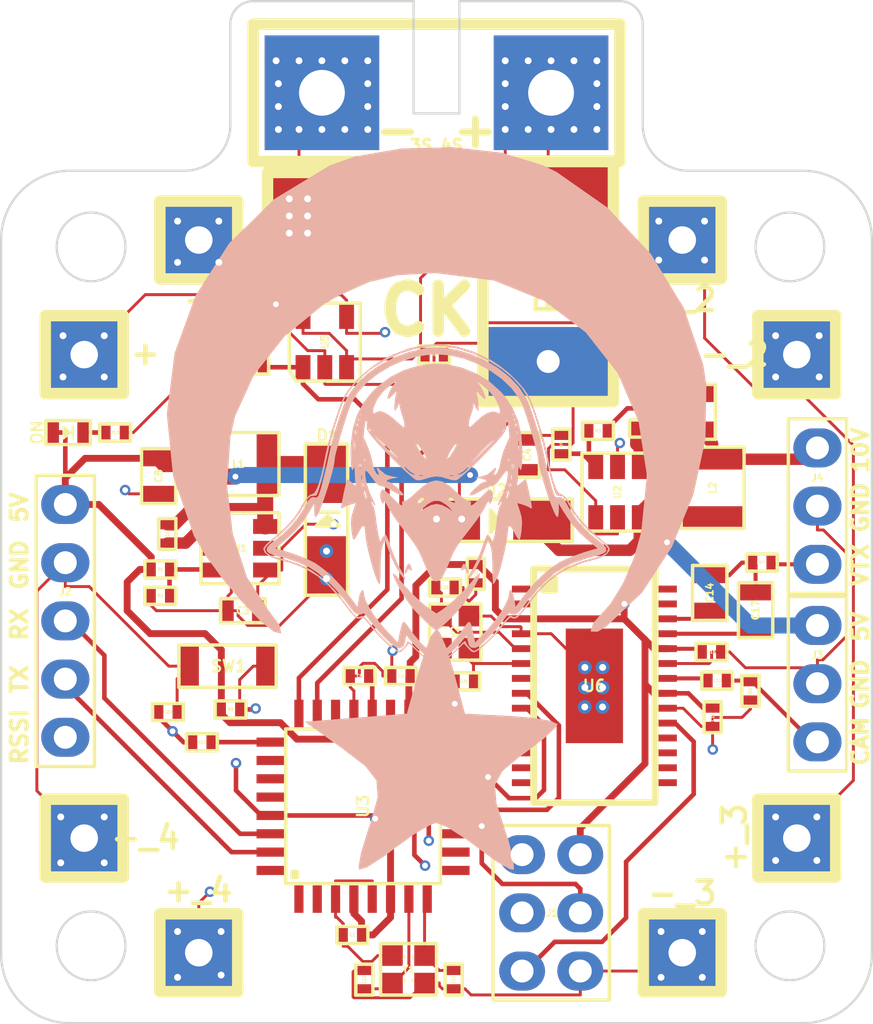
<source format=kicad_pcb>
(kicad_pcb (version 20171130) (host pcbnew "(5.1.12)-1")
  (layers (0 Signal1 signal) (1 Ground_1 power) (2 Ground_2 power) (31 V+2 power) (34 B.Paste user hide) (35 F.Paste user hide) (36 B.SilkS user hide) (37 F.SilkS user hide) (38 B.Mask user) (39 F.Mask user) (44 Edge.Cuts user))
  (net 0 "")
  (net 1 +5V)
  (net 2 GND)
  (net 3 LIPO_IN)
  (net 4 "Net-(C5-Pad1)")
  (net 5 "Net-(C6-Pad1)")
  (net 6 "Net-(C6-Pad2)")
  (net 7 "Net-(C7-Pad1)")
  (net 8 "Net-(C7-Pad2)")
  (net 9 "Net-(C10-Pad2)")
  (net 10 "Net-(C11-Pad2)")
  (net 11 LIPO_ADC)
  (net 12 "Net-(C13-Pad1)")
  (net 13 VIDEO_IN)
  (net 14 "Net-(C14-Pad1)")
  (net 15 "Net-(C14-Pad2)")
  (net 16 "Net-(C17-Pad1)")
  (net 17 CURRENT_ADC)
  (net 18 "Net-(C20-Pad2)")
  (net 19 "Net-(C21-Pad2)")
  (net 20 SPI_MISO)
  (net 21 SPI_SCK)
  (net 22 SPI_MOSI)
  (net 23 RESET)
  (net 24 RX)
  (net 25 TX)
  (net 26 VIDEO_OUT)
  (net 27 "Net-(R1-Pad2)")
  (net 28 "Net-(R3-Pad2)")
  (net 29 "Net-(U3-Pad1)")
  (net 30 "Net-(U3-Pad2)")
  (net 31 "Net-(U3-Pad9)")
  (net 32 "Net-(U3-Pad10)")
  (net 33 "Net-(U3-Pad11)")
  (net 34 "Net-(U3-Pad12)")
  (net 35 "Net-(U3-Pad13)")
  (net 36 OSD_CS)
  (net 37 "Net-(U3-Pad19)")
  (net 38 "Net-(U3-Pad22)")
  (net 39 "Net-(U3-Pad26)")
  (net 40 "Net-(U3-Pad27)")
  (net 41 "Net-(U3-Pad28)")
  (net 42 "Net-(U3-Pad32)")
  (net 43 "Net-(U6-Pad1)")
  (net 44 "Net-(U6-Pad2)")
  (net 45 "Net-(U6-Pad7)")
  (net 46 "Net-(U6-Pad12)")
  (net 47 "Net-(U6-Pad13)")
  (net 48 "Net-(U6-Pad14)")
  (net 49 "Net-(U6-Pad15)")
  (net 50 "Net-(U6-Pad16)")
  (net 51 "Net-(U6-Pad17)")
  (net 52 "Net-(U6-Pad18)")
  (net 53 "Net-(U6-Pad27)")
  (net 54 "Net-(U6-Pad28)")
  (net 55 RSSI)
  (net 56 "Net-(D4-Pad1)")
  (net 57 "Net-(R12-Pad1)")
  (net 58 LIPO_IN2)
  (net 59 +10V)
  (module Footprints:VIA (layer Signal1) (at 137 69 90)
    (fp_text reference REF**_76 hide)
    (fp_text value Via hide)
    (pad 1 thru_hole circle (at 0 0 90) (size 0.6 0.6) (drill 0.3) (layers *.Cu) (net 3 LIPO_IN))
  )
  (module Footprints:VIA (layer Signal1) (at 137 70 90)
    (fp_text reference REF**_75 hide)
    (fp_text value Via hide)
    (pad 1 thru_hole circle (at 0 0 90) (size 0.6 0.6) (drill 0.3) (layers *.Cu) (net 3 LIPO_IN))
  )
  (module Footprints:VIA (layer Signal1) (at 137 71 90)
    (fp_text reference REF**_74 hide)
    (fp_text value Via hide)
    (pad 1 thru_hole circle (at 0 0 90) (size 0.6 0.6) (drill 0.3) (layers *.Cu) (net 3 LIPO_IN))
  )
  (module Footprints:VIA (layer Signal1) (at 138 71 90)
    (fp_text reference REF**_73 hide)
    (fp_text value Via hide)
    (pad 1 thru_hole circle (at 0 0 90) (size 0.6 0.6) (drill 0.3) (layers *.Cu) (net 3 LIPO_IN))
  )
  (module Footprints:VIA (layer Signal1) (at 139 71 90)
    (fp_text reference REF**_72 hide)
    (fp_text value Via hide)
    (pad 1 thru_hole circle (at 0 0 90) (size 0.6 0.6) (drill 0.3) (layers *.Cu) (net 3 LIPO_IN))
  )
  (module Footprints:VIA (layer Signal1) (at 140 71 90)
    (fp_text reference REF**_71 hide)
    (fp_text value Via hide)
    (pad 1 thru_hole circle (at 0 0 90) (size 0.6 0.6) (drill 0.3) (layers *.Cu) (net 3 LIPO_IN))
  )
  (module Footprints:VIA (layer Signal1) (at 141 71 90)
    (fp_text reference REF**_70 hide)
    (fp_text value Via hide)
    (pad 1 thru_hole circle (at 0 0 90) (size 0.6 0.6) (drill 0.3) (layers *.Cu) (net 3 LIPO_IN))
  )
  (module Footprints:VIA (layer Signal1) (at 141 70 90)
    (fp_text reference REF**_69 hide)
    (fp_text value Via hide)
    (pad 1 thru_hole circle (at 0 0 90) (size 0.6 0.6) (drill 0.3) (layers *.Cu) (net 3 LIPO_IN))
  )
  (module Footprints:VIA (layer Signal1) (at 141 69 90)
    (fp_text reference REF**_68 hide)
    (fp_text value Via hide)
    (pad 1 thru_hole circle (at 0 0 90) (size 0.6 0.6) (drill 0.3) (layers *.Cu) (net 3 LIPO_IN))
  )
  (module Footprints:VIA (layer Signal1) (at 141 68 90)
    (fp_text reference REF**_67 hide)
    (fp_text value Via hide)
    (pad 1 thru_hole circle (at 0 0 90) (size 0.6 0.6) (drill 0.3) (layers *.Cu) (net 3 LIPO_IN))
  )
  (module Footprints:VIA (layer Signal1) (at 140 68 90)
    (fp_text reference REF**_66 hide)
    (fp_text value Via hide)
    (pad 1 thru_hole circle (at 0 0 90) (size 0.6 0.6) (drill 0.3) (layers *.Cu) (net 3 LIPO_IN))
  )
  (module Footprints:VIA (layer Signal1) (at 139 68 90)
    (fp_text reference REF**_65 hide)
    (fp_text value Via hide)
    (pad 1 thru_hole circle (at 0 0 90) (size 0.6 0.6) (drill 0.3) (layers *.Cu) (net 3 LIPO_IN))
  )
  (module Footprints:VIA (layer Signal1) (at 138 68 90)
    (fp_text reference REF**_64 hide)
    (fp_text value Via hide)
    (pad 1 thru_hole circle (at 0 0 90) (size 0.6 0.6) (drill 0.3) (layers *.Cu) (net 3 LIPO_IN))
  )
  (module Footprints:VIA (layer Signal1) (at 137 68 90)
    (fp_text reference REF**_63 hide)
    (fp_text value Via hide)
    (pad 1 thru_hole circle (at 0 0 90) (size 0.6 0.6) (drill 0.3) (layers *.Cu) (net 3 LIPO_IN))
  )
  (module Footprints:VIA (layer Signal1) (at 127.1 69 90)
    (fp_text reference REF**_62 hide)
    (fp_text value Via hide)
    (pad 1 thru_hole circle (at 0 0 90) (size 0.6 0.6) (drill 0.3) (layers *.Cu) (net 2 GND))
  )
  (module Footprints:VIA (layer Signal1) (at 127.1 70 90)
    (fp_text reference REF**_61 hide)
    (fp_text value Via hide)
    (pad 1 thru_hole circle (at 0 0 90) (size 0.6 0.6) (drill 0.3) (layers *.Cu) (net 2 GND))
  )
  (module Footprints:VIA (layer Signal1) (at 127.1 71 90)
    (fp_text reference REF**_60 hide)
    (fp_text value Via hide)
    (pad 1 thru_hole circle (at 0 0 90) (size 0.6 0.6) (drill 0.3) (layers *.Cu) (net 2 GND))
  )
  (module Footprints:VIA (layer Signal1) (at 128 71 90)
    (fp_text reference REF**_59 hide)
    (fp_text value Via hide)
    (pad 1 thru_hole circle (at 0 0 90) (size 0.6 0.6) (drill 0.3) (layers *.Cu) (net 2 GND))
  )
  (module Footprints:VIA (layer Signal1) (at 129 71 90)
    (fp_text reference REF**_58 hide)
    (fp_text value Via hide)
    (pad 1 thru_hole circle (at 0 0 90) (size 0.6 0.6) (drill 0.3) (layers *.Cu) (net 2 GND))
  )
  (module Footprints:VIA (layer Signal1) (at 130 71 90)
    (fp_text reference REF**_57 hide)
    (fp_text value Via hide)
    (pad 1 thru_hole circle (at 0 0 90) (size 0.6 0.6) (drill 0.3) (layers *.Cu) (net 2 GND))
  )
  (module Footprints:VIA (layer Signal1) (at 131 71 90)
    (fp_text reference REF**_56 hide)
    (fp_text value Via hide)
    (pad 1 thru_hole circle (at 0 0 90) (size 0.6 0.6) (drill 0.3) (layers *.Cu) (net 2 GND))
  )
  (module Footprints:VIA (layer Signal1) (at 131 70 90)
    (fp_text reference REF**_55 hide)
    (fp_text value Via hide)
    (pad 1 thru_hole circle (at 0 0 90) (size 0.6 0.6) (drill 0.3) (layers *.Cu) (net 2 GND))
  )
  (module Footprints:VIA (layer Signal1) (at 131 69 90)
    (fp_text reference REF**_54 hide)
    (fp_text value Via hide)
    (pad 1 thru_hole circle (at 0 0 90) (size 0.6 0.6) (drill 0.3) (layers *.Cu) (net 2 GND))
  )
  (module Footprints:VIA (layer Signal1) (at 131 68 90)
    (fp_text reference REF**_53 hide)
    (fp_text value Via hide)
    (pad 1 thru_hole circle (at 0 0 90) (size 0.6 0.6) (drill 0.3) (layers *.Cu) (net 2 GND))
  )
  (module Footprints:VIA (layer Signal1) (at 130 68 90)
    (fp_text reference REF**_52 hide)
    (fp_text value Via hide)
    (pad 1 thru_hole circle (at 0 0 90) (size 0.6 0.6) (drill 0.3) (layers *.Cu) (net 2 GND))
  )
  (module Footprints:VIA (layer Signal1) (at 129 68 90)
    (fp_text reference REF**_51 hide)
    (fp_text value Via hide)
    (pad 1 thru_hole circle (at 0 0 90) (size 0.6 0.6) (drill 0.3) (layers *.Cu) (net 2 GND))
  )
  (module Footprints:VIA (layer Signal1) (at 128 68 90)
    (fp_text reference REF**_50 hide)
    (fp_text value Via hide)
    (pad 1 thru_hole circle (at 0 0 90) (size 0.6 0.6) (drill 0.3) (layers *.Cu) (net 2 GND))
  )
  (module Footprints:VIA (layer Signal1) (at 127 68 90)
    (fp_text reference REF**_49 hide)
    (fp_text value Via hide)
    (pad 1 thru_hole circle (at 0 0 90) (size 0.6 0.6) (drill 0.3) (layers *.Cu) (net 2 GND))
  )
  (module Footprints:VIA (layer Signal1) (at 122.7 108 90)
    (fp_text reference REF**_48 hide)
    (fp_text value Via hide)
    (pad 1 thru_hole circle (at 0 0 90) (size 0.6 0.6) (drill 0.3) (layers *.Cu) (net 58 LIPO_IN2))
  )
  (module Footprints:VIA (layer Signal1) (at 122.7 106 90)
    (fp_text reference REF**_47 hide)
    (fp_text value Via hide)
    (pad 1 thru_hole circle (at 0 0 90) (size 0.6 0.6) (drill 0.3) (layers *.Cu) (net 58 LIPO_IN2))
  )
  (module Footprints:VIA (layer Signal1) (at 124.6 106 90)
    (fp_text reference REF**_46 hide)
    (fp_text value Via hide)
    (pad 1 thru_hole circle (at 0 0 90) (size 0.6 0.6) (drill 0.3) (layers *.Cu) (net 58 LIPO_IN2))
  )
  (module Footprints:VIA (layer Signal1) (at 124.6 107.9 90)
    (fp_text reference REF**_45 hide)
    (fp_text value Via hide)
    (pad 1 thru_hole circle (at 0 0 90) (size 0.6 0.6) (drill 0.3) (layers *.Cu) (net 58 LIPO_IN2))
  )
  (module Footprints:VIA (layer Signal1) (at 117.6 101 90)
    (fp_text reference REF**_44 hide)
    (fp_text value Via hide)
    (pad 1 thru_hole circle (at 0 0 90) (size 0.6 0.6) (drill 0.3) (layers *.Cu) (net 2 GND))
  )
  (module Footprints:VIA (layer Signal1) (at 117.6 103 90)
    (fp_text reference REF**_43 hide)
    (fp_text value Via hide)
    (pad 1 thru_hole circle (at 0 0 90) (size 0.6 0.6) (drill 0.3) (layers *.Cu) (net 2 GND))
  )
  (module Footprints:VIA (layer Signal1) (at 119.5 103 90)
    (fp_text reference REF**_42 hide)
    (fp_text value Via hide)
    (pad 1 thru_hole circle (at 0 0 90) (size 0.6 0.6) (drill 0.3) (layers *.Cu) (net 2 GND))
  )
  (module Footprints:VIA (layer Signal1) (at 119.5 101 90)
    (fp_text reference REF**_41 hide)
    (fp_text value Via hide)
    (pad 1 thru_hole circle (at 0 0 90) (size 0.6 0.6) (drill 0.3) (layers *.Cu) (net 2 GND))
  )
  (module Footprints:VIA (layer Signal1) (at 143.8 106 90)
    (fp_text reference REF**_40 hide)
    (fp_text value Via hide)
    (pad 1 thru_hole circle (at 0 0 90) (size 0.6 0.6) (drill 0.3) (layers *.Cu) (net 2 GND))
  )
  (module Footprints:VIA (layer Signal1) (at 143.8 108 90)
    (fp_text reference REF**_39 hide)
    (fp_text value Via hide)
    (pad 1 thru_hole circle (at 0 0 90) (size 0.6 0.6) (drill 0.3) (layers *.Cu) (net 2 GND))
  )
  (module Footprints:VIA (layer Signal1) (at 145.6 108 90)
    (fp_text reference REF**_38 hide)
    (fp_text value Via hide)
    (pad 1 thru_hole circle (at 0 0 90) (size 0.6 0.6) (drill 0.3) (layers *.Cu) (net 2 GND))
  )
  (module Footprints:VIA (layer Signal1) (at 145.6 106 90)
    (fp_text reference REF**_37 hide)
    (fp_text value Via hide)
    (pad 1 thru_hole circle (at 0 0 90) (size 0.6 0.6) (drill 0.3) (layers *.Cu) (net 2 GND))
  )
  (module Footprints:VIA (layer Signal1) (at 148.8 101 90)
    (fp_text reference REF**_36 hide)
    (fp_text value Via hide)
    (pad 1 thru_hole circle (at 0 0 90) (size 0.6 0.6) (drill 0.3) (layers *.Cu) (net 58 LIPO_IN2))
  )
  (module Footprints:VIA (layer Signal1) (at 148.8 102.9 90)
    (fp_text reference REF**_35 hide)
    (fp_text value Via hide)
    (pad 1 thru_hole circle (at 0 0 90) (size 0.6 0.6) (drill 0.3) (layers *.Cu) (net 58 LIPO_IN2))
  )
  (module Footprints:VIA (layer Signal1) (at 150.6 102.9 90)
    (fp_text reference REF**_34 hide)
    (fp_text value Via hide)
    (pad 1 thru_hole circle (at 0 0 90) (size 0.6 0.6) (drill 0.3) (layers *.Cu) (net 58 LIPO_IN2))
  )
  (module Footprints:VIA (layer Signal1) (at 150.6 101 90)
    (fp_text reference REF**_33 hide)
    (fp_text value Via hide)
    (pad 1 thru_hole circle (at 0 0 90) (size 0.6 0.6) (drill 0.3) (layers *.Cu) (net 58 LIPO_IN2))
  )
  (module Footprints:VIA (layer Signal1) (at 150.7 80 90)
    (fp_text reference REF**_32 hide)
    (fp_text value Via hide)
    (pad 1 thru_hole circle (at 0 0 90) (size 0.6 0.6) (drill 0.3) (layers *.Cu) (net 2 GND))
  )
  (module Footprints:VIA (layer Signal1) (at 150.7 81.8 90)
    (fp_text reference REF**_31 hide)
    (fp_text value Via hide)
    (pad 1 thru_hole circle (at 0 0 90) (size 0.6 0.6) (drill 0.3) (layers *.Cu) (net 2 GND))
  )
  (module Footprints:VIA (layer Signal1) (at 148.8 81.8 90)
    (fp_text reference REF**_30 hide)
    (fp_text value Via hide)
    (pad 1 thru_hole circle (at 0 0 90) (size 0.6 0.6) (drill 0.3) (layers *.Cu) (net 2 GND))
  )
  (module Footprints:VIA (layer Signal1) (at 148.8 80 90)
    (fp_text reference REF**_29 hide)
    (fp_text value Via hide)
    (pad 1 thru_hole circle (at 0 0 90) (size 0.6 0.6) (drill 0.3) (layers *.Cu) (net 2 GND))
  )
  (module Footprints:VIA (layer Signal1) (at 145.7 75 90)
    (fp_text reference REF**_28 hide)
    (fp_text value Via hide)
    (pad 1 thru_hole circle (at 0 0 90) (size 0.6 0.6) (drill 0.3) (layers *.Cu) (net 58 LIPO_IN2))
  )
  (module Footprints:VIA (layer Signal1) (at 145.7 76.7 90)
    (fp_text reference REF**_27 hide)
    (fp_text value Via hide)
    (pad 1 thru_hole circle (at 0 0 90) (size 0.6 0.6) (drill 0.3) (layers *.Cu) (net 58 LIPO_IN2))
  )
  (module Footprints:VIA (layer Signal1) (at 143.7 76.7 90)
    (fp_text reference REF**_26 hide)
    (fp_text value Via hide)
    (pad 1 thru_hole circle (at 0 0 90) (size 0.6 0.6) (drill 0.3) (layers *.Cu) (net 58 LIPO_IN2))
  )
  (module Footprints:VIA (layer Signal1) (at 143.7 75 90)
    (fp_text reference REF**_25 hide)
    (fp_text value Via hide)
    (pad 1 thru_hole circle (at 0 0 90) (size 0.6 0.6) (drill 0.3) (layers *.Cu) (net 58 LIPO_IN2))
  )
  (module Footprints:VIA (layer Signal1) (at 119.5 80 90)
    (fp_text reference REF**_24 hide)
    (fp_text value Via hide)
    (pad 1 thru_hole circle (at 0 0 90) (size 0.6 0.6) (drill 0.3) (layers *.Cu) (net 58 LIPO_IN2))
  )
  (module Footprints:VIA (layer Signal1) (at 119.5 81.8 90)
    (fp_text reference REF**_23 hide)
    (fp_text value Via hide)
    (pad 1 thru_hole circle (at 0 0 90) (size 0.6 0.6) (drill 0.3) (layers *.Cu) (net 58 LIPO_IN2))
  )
  (module Footprints:VIA (layer Signal1) (at 117.7 80 90)
    (fp_text reference REF**_22 hide)
    (fp_text value Via hide)
    (pad 1 thru_hole circle (at 0 0 90) (size 0.6 0.6) (drill 0.3) (layers *.Cu) (net 58 LIPO_IN2))
  )
  (module Footprints:VIA (layer Signal1) (at 117.7 81.8 90)
    (fp_text reference REF**_21 hide)
    (fp_text value Via hide)
    (pad 1 thru_hole circle (at 0 0 90) (size 0.6 0.6) (drill 0.3) (layers *.Cu) (net 58 LIPO_IN2))
  )
  (module Footprints:VIA (layer Signal1) (at 124.5 75 90)
    (fp_text reference REF**_20 hide)
    (fp_text value Via hide)
    (pad 1 thru_hole circle (at 0 0 90) (size 0.6 0.6) (drill 0.3) (layers *.Cu) (net 2 GND))
  )
  (module Footprints:VIA (layer Signal1) (at 124.5 76.8 90)
    (fp_text reference REF**_19 hide)
    (fp_text value Via hide)
    (pad 1 thru_hole circle (at 0 0 90) (size 0.6 0.6) (drill 0.3) (layers *.Cu) (net 2 GND))
  )
  (module Footprints:VIA (layer Signal1) (at 122.7 76.8 90)
    (fp_text reference REF**_18 hide)
    (fp_text value Via hide)
    (pad 1 thru_hole circle (at 0 0 90) (size 0.6 0.6) (drill 0.3) (layers *.Cu) (net 2 GND))
  )
  (module Footprints:VIA (layer Signal1) (at 122.7 75 90)
    (fp_text reference REF**_17 hide)
    (fp_text value Via hide)
    (pad 1 thru_hole circle (at 0 0 90) (size 0.6 0.6) (drill 0.3) (layers *.Cu) (net 2 GND))
  )
  (module Footprints:5.0SMDJ17CA (layer Signal1) (at 131.075 74.775 180)
    (fp_text reference D3 (at 0 0 180) (layer F.SilkS) (effects (font (size 0.7 0.7))))
    (fp_text value 5.0SMDJ17CA)
    (pad 1 smd rect (at -3.1 0 180) (size 2.2 3.3) (layers Signal1 F.Paste F.Mask) (net 3 LIPO_IN))
    (pad 2 smd rect (at 3.1 0 180) (size 2.2 3.3) (layers Signal1 F.Paste F.Mask) (net 2 GND))
  )
  (module Footprints:SMD_3920 (layer Signal1) (at 138.875 77.625 270)
    (fp_text reference R10 (at 0 0 270) (layer F.SilkS) (effects (font (thickness 0.2))))
    (fp_text value 0.5m)
    (pad 1 smd rect (at -3.5 0 270) (size 3 5.2) (layers Signal1 F.Paste F.Mask) (net 3 LIPO_IN))
    (pad 2 thru_hole rect (at 3.5 0 270) (size 3 5.2) (drill 1) (layers *.Cu *.Mask) (net 58 LIPO_IN2))
  )
  (module Footprints:VIA (layer Signal1) (at 129.2 89.4 90)
    (fp_text reference REF**_16 hide)
    (fp_text value Via hide)
    (pad 1 thru_hole circle (at 0 0 90) (size 0.6 0.6) (drill 0.3) (layers *.Cu) (net 2 GND))
  )
  (module Footprints:VIA (layer Signal1) (at 129.2 90.6 90)
    (fp_text reference REF**_15 hide)
    (fp_text value Via hide)
    (pad 1 thru_hole circle (at 0 0 90) (size 0.6 0.6) (drill 0.3) (layers *.Cu) (net 2 GND))
  )
  (module Footprints:VIA (layer Signal1) (at 135.1 88)
    (fp_text reference REF**_14 hide)
    (fp_text value Via hide)
    (pad 1 thru_hole circle (at 0 0) (size 0.6 0.6) (drill 0.3) (layers *.Cu) (net 2 GND))
  )
  (module Footprints:VIA (layer Signal1) (at 134 88)
    (fp_text reference REF**_13 hide)
    (fp_text value Via hide)
    (pad 1 thru_hole circle (at 0 0) (size 0.6 0.6) (drill 0.3) (layers *.Cu) (net 2 GND))
  )
  (module Footprints:VIA (layer Signal1) (at 141.25 95.35 90)
    (fp_text reference REF**_12 hide)
    (fp_text value Via hide)
    (pad 1 thru_hole circle (at 0 0 90) (size 0.6 0.6) (drill 0.3) (layers *.Cu) (net 2 GND))
  )
  (module Footprints:VIA (layer Signal1) (at 141.245 96.2 90)
    (fp_text reference REF**_11 hide)
    (fp_text value Via hide)
    (pad 1 thru_hole circle (at 0 0 90) (size 0.6 0.6) (drill 0.3) (layers *.Cu) (net 2 GND))
  )
  (module Footprints:VIA (layer Signal1) (at 141.25 94.475 90)
    (fp_text reference REF**_10 hide)
    (fp_text value Via hide)
    (pad 1 thru_hole circle (at 0 0 90) (size 0.6 0.6) (drill 0.3) (layers *.Cu) (net 2 GND))
  )
  (module Footprints:VIA (layer Signal1) (at 140.475 94.475 90)
    (fp_text reference REF**_9 hide)
    (fp_text value Via hide)
    (pad 1 thru_hole circle (at 0 0 90) (size 0.6 0.6) (drill 0.3) (layers *.Cu) (net 2 GND))
  )
  (module Footprints:VIA (layer Signal1) (at 140.475 95.35 90)
    (fp_text reference REF**_8 hide)
    (fp_text value Via hide)
    (pad 1 thru_hole circle (at 0 0 90) (size 0.6 0.6) (drill 0.3) (layers *.Cu) (net 2 GND))
  )
  (module Footprints:VIA (layer Signal1) (at 128.375 74.025 90)
    (fp_text reference REF**_7 hide)
    (fp_text value Via hide)
    (pad 1 thru_hole circle (at 0 0 90) (size 0.6 0.6) (drill 0.3) (layers *.Cu) (net 2 GND))
  )
  (module Footprints:VIA (layer Signal1) (at 128.375 74.775 90)
    (fp_text reference REF**_6 hide)
    (fp_text value Via hide)
    (pad 1 thru_hole circle (at 0 0 90) (size 0.6 0.6) (drill 0.3) (layers *.Cu) (net 2 GND))
  )
  (module Footprints:VIA (layer Signal1) (at 128.375 75.525 90)
    (fp_text reference REF**_5 hide)
    (fp_text value Via hide)
    (pad 1 thru_hole circle (at 0 0 90) (size 0.6 0.6) (drill 0.3) (layers *.Cu) (net 2 GND))
  )
  (module Footprints:VIA (layer Signal1) (at 127.575 74.025 90)
    (fp_text reference REF**_4 hide)
    (fp_text value Via hide)
    (pad 1 thru_hole circle (at 0 0 90) (size 0.6 0.6) (drill 0.3) (layers *.Cu) (net 2 GND))
  )
  (module Footprints:VIA (layer Signal1) (at 127.575 74.775 90)
    (fp_text reference REF**_3 hide)
    (fp_text value Via hide)
    (pad 1 thru_hole circle (at 0 0 90) (size 0.6 0.6) (drill 0.3) (layers *.Cu) (net 2 GND))
  )
  (module Footprints:SMD_0402 (layer Signal1) (at 130.33 106.15 180)
    (fp_text reference C1 (at 0 0 180) (layer F.SilkS) (effects (font (size 0.127 0.127) (thickness 0.03175))))
    (fp_text value 100nF)
    (pad 1 smd rect (at -0.4 0 180) (size 0.4 0.6) (layers Signal1 F.Paste F.Mask) (net 1 +5V))
    (pad 2 smd rect (at 0.4 0 180) (size 0.4 0.6) (layers Signal1 F.Paste F.Mask) (net 2 GND))
  )
  (module Footprints:SMD_0402 (layer Signal1) (at 132.45 94.85 180)
    (fp_text reference C2 (at 0 0 180) (layer F.SilkS) (effects (font (size 0.127 0.127) (thickness 0.03175))))
    (fp_text value 100nF)
    (pad 1 smd rect (at -0.4 0 180) (size 0.4 0.6) (layers Signal1 F.Paste F.Mask) (net 1 +5V))
    (pad 2 smd rect (at 0.4 0 180) (size 0.4 0.6) (layers Signal1 F.Paste F.Mask) (net 2 GND))
  )
  (module Footprints:SMD_0603 (layer Signal1) (at 125.55 92 180)
    (fp_text reference C3 (at 0 0 180) (layer F.SilkS) (effects (font (size 0.3 0.3) (thickness 0.075))))
    (fp_text value 10uF)
    (pad 1 smd rect (at -0.65 0 180) (size 0.5 0.9) (layers Signal1 F.Paste F.Mask) (net 58 LIPO_IN2))
    (pad 2 smd rect (at 0.65 0 180) (size 0.5 0.9) (layers Signal1 F.Paste F.Mask) (net 2 GND))
  )
  (module Footprints:SMD_0603 (layer Signal1) (at 137.97 85.2 90)
    (fp_text reference C4 (at 0 0 90) (layer F.SilkS) (effects (font (size 0.3 0.3) (thickness 0.075))))
    (fp_text value 10uF)
    (pad 1 smd rect (at -0.65 0 90) (size 0.5 0.9) (layers Signal1 F.Paste F.Mask) (net 58 LIPO_IN2))
    (pad 2 smd rect (at 0.65 0 90) (size 0.5 0.9) (layers Signal1 F.Paste F.Mask) (net 2 GND))
  )
  (module Footprints:SMD_0402 (layer Signal1) (at 130.64 94.85 180)
    (fp_text reference C5 (at 0 0 180) (layer F.SilkS) (effects (font (size 0.127 0.127) (thickness 0.03175))))
    (fp_text value 100nF)
    (pad 1 smd rect (at -0.4 0 180) (size 0.4 0.6) (layers Signal1 F.Paste F.Mask) (net 4 "Net-(C5-Pad1)"))
    (pad 2 smd rect (at 0.4 0 180) (size 0.4 0.6) (layers Signal1 F.Paste F.Mask) (net 2 GND))
  )
  (module Footprints:SMD_0402 (layer Signal1) (at 122.25 88.65 90)
    (fp_text reference C6 (at 0 0 90) (layer F.SilkS) (effects (font (size 0.127 0.127) (thickness 0.03175))))
    (fp_text value 10nF)
    (pad 1 smd rect (at -0.4 0 90) (size 0.4 0.6) (layers Signal1 F.Paste F.Mask) (net 5 "Net-(C6-Pad1)"))
    (pad 2 smd rect (at 0.4 0 90) (size 0.4 0.6) (layers Signal1 F.Paste F.Mask) (net 6 "Net-(C6-Pad2)"))
  )
  (module Footprints:SMD_0402 (layer Signal1) (at 143.1 84.05)
    (fp_text reference C7 (at 0 0) (layer F.SilkS) (effects (font (size 0.127 0.127) (thickness 0.03175))))
    (fp_text value 10nF)
    (pad 1 smd rect (at -0.4 0) (size 0.4 0.6) (layers Signal1 F.Paste F.Mask) (net 7 "Net-(C7-Pad1)"))
    (pad 2 smd rect (at 0.4 0) (size 0.4 0.6) (layers Signal1 F.Paste F.Mask) (net 8 "Net-(C7-Pad2)"))
  )
  (module Footprints:SMD_0805 (layer Signal1) (at 121.875 86.125 270)
    (fp_text reference C8 (at 0 0 270) (layer F.SilkS) (effects (font (size 0.3 0.3) (thickness 0.075))))
    (fp_text value 22uF)
    (pad 1 smd rect (at -0.775 0 270) (size 0.7 1.35) (layers Signal1 F.Paste F.Mask) (net 1 +5V))
    (pad 2 smd rect (at 0.775 0 270) (size 0.7 1.35) (layers Signal1 F.Paste F.Mask) (net 2 GND))
  )
  (module Footprints:SMD_0805 (layer Signal1) (at 145.42 83.32 90)
    (fp_text reference C9 (at 0 0 90) (layer F.SilkS) (effects (font (size 0.3 0.3) (thickness 0.075))))
    (fp_text value 22uF)
    (pad 1 smd rect (at -0.775 0 90) (size 0.7 1.35) (layers Signal1 F.Paste F.Mask) (net 59 +10V))
    (pad 2 smd rect (at 0.775 0 90) (size 0.7 1.35) (layers Signal1 F.Paste F.Mask) (net 2 GND))
  )
  (module Footprints:SMD_0402 (layer Signal1) (at 130.85 108.1 270)
    (fp_text reference C10 (at 0 0 270) (layer F.SilkS) (effects (font (size 0.127 0.127) (thickness 0.03175))))
    (fp_text value 15pF)
    (pad 1 smd rect (at -0.4 0 270) (size 0.4 0.6) (layers Signal1 F.Paste F.Mask) (net 2 GND))
    (pad 2 smd rect (at 0.4 0 270) (size 0.4 0.6) (layers Signal1 F.Paste F.Mask) (net 9 "Net-(C10-Pad2)"))
  )
  (module Footprints:SMD_0402 (layer Signal1) (at 134.75 108.1 90)
    (fp_text reference C11 (at 0 0 90) (layer F.SilkS) (effects (font (size 0.127 0.127) (thickness 0.03175))))
    (fp_text value 15pF)
    (pad 1 smd rect (at -0.4 0 90) (size 0.4 0.6) (layers Signal1 F.Paste F.Mask) (net 2 GND))
    (pad 2 smd rect (at 0.4 0 90) (size 0.4 0.6) (layers Signal1 F.Paste F.Mask) (net 10 "Net-(C11-Pad2)"))
  )
  (module Footprints:SMD_0402 (layer Signal1) (at 133.9 82.125 180)
    (fp_text reference C12 (at 0 0 180) (layer F.SilkS) (effects (font (size 0.127 0.127) (thickness 0.03175))))
    (fp_text value 100nF)
    (pad 1 smd rect (at -0.4 0 180) (size 0.4 0.6) (layers Signal1 F.Paste F.Mask) (net 11 LIPO_ADC))
    (pad 2 smd rect (at 0.4 0 180) (size 0.4 0.6) (layers Signal1 F.Paste F.Mask) (net 2 GND))
  )
  (module Footprints:SMD_0402 (layer Signal1) (at 146.25 95.05)
    (fp_text reference C13 (at 0 0) (layer F.SilkS) (effects (font (size 0.127 0.127) (thickness 0.03175))))
    (fp_text value 100nF)
    (pad 1 smd rect (at -0.4 0) (size 0.4 0.6) (layers Signal1 F.Paste F.Mask) (net 12 "Net-(C13-Pad1)"))
    (pad 2 smd rect (at 0.4 0) (size 0.4 0.6) (layers Signal1 F.Paste F.Mask) (net 13 VIDEO_IN))
  )
  (module Footprints:SMD_0805 (layer Signal1) (at 145.925 91.225 90)
    (fp_text reference C14 (at 0 0 90) (layer F.SilkS) (effects (font (size 0.3 0.3) (thickness 0.075))))
    (fp_text value 47uF)
    (pad 1 smd rect (at -0.775 0 90) (size 0.7 1.35) (layers Signal1 F.Paste F.Mask) (net 14 "Net-(C14-Pad1)"))
    (pad 2 smd rect (at 0.775 0 90) (size 0.7 1.35) (layers Signal1 F.Paste F.Mask) (net 15 "Net-(C14-Pad2)"))
  )
  (module Footprints:SMD_0402 (layer Signal1) (at 146.05 96.65 270)
    (fp_text reference C15 (at 0 0 270) (layer F.SilkS) (effects (font (size 0.127 0.127) (thickness 0.03175))))
    (fp_text value 100nF)
    (pad 1 smd rect (at -0.4 0 270) (size 0.4 0.6) (layers Signal1 F.Paste F.Mask) (net 1 +5V))
    (pad 2 smd rect (at 0.4 0 270) (size 0.4 0.6) (layers Signal1 F.Paste F.Mask) (net 2 GND))
  )
  (module Footprints:SMD_0402 (layer Signal1) (at 146 93.8)
    (fp_text reference C16 (at 0 0) (layer F.SilkS) (effects (font (size 0.127 0.127) (thickness 0.03175))))
    (fp_text value 100nF)
    (pad 1 smd rect (at -0.4 0) (size 0.4 0.6) (layers Signal1 F.Paste F.Mask) (net 1 +5V))
    (pad 2 smd rect (at 0.4 0) (size 0.4 0.6) (layers Signal1 F.Paste F.Mask) (net 2 GND))
  )
  (module Footprints:SMD_0805 (layer Signal1) (at 147.925 91.975 90)
    (fp_text reference C17 (at 0 0 90) (layer F.SilkS) (effects (font (size 0.3 0.3) (thickness 0.075))))
    (fp_text value 47uF)
    (pad 1 smd rect (at -0.775 0 90) (size 0.7 1.35) (layers Signal1 F.Paste F.Mask) (net 16 "Net-(C17-Pad1)"))
    (pad 2 smd rect (at 0.775 0 90) (size 0.7 1.35) (layers Signal1 F.Paste F.Mask) (net 15 "Net-(C14-Pad2)"))
  )
  (module Footprints:SMD_0402 (layer Signal1) (at 126 81.3 180)
    (fp_text reference C18 (at 0 0 180) (layer F.SilkS) (effects (font (size 0.127 0.127) (thickness 0.03175))))
    (fp_text value 100nF)
    (pad 1 smd rect (at -0.4 0 180) (size 0.4 0.6) (layers Signal1 F.Paste F.Mask) (net 17 CURRENT_ADC))
    (pad 2 smd rect (at 0.4 0 180) (size 0.4 0.6) (layers Signal1 F.Paste F.Mask) (net 2 GND))
  )
  (module Footprints:SMD_0402 (layer Signal1) (at 135.715 90.385 90)
    (fp_text reference C19 (at 0 0 90) (layer F.SilkS) (effects (font (size 0.127 0.127) (thickness 0.03175))))
    (fp_text value 100nF)
    (pad 1 smd rect (at -0.4 0 90) (size 0.4 0.6) (layers Signal1 F.Paste F.Mask) (net 2 GND))
    (pad 2 smd rect (at 0.4 0 90) (size 0.4 0.6) (layers Signal1 F.Paste F.Mask) (net 1 +5V))
  )
  (module Footprints:SMD_0402 (layer Signal1) (at 134.37 90.99 180)
    (fp_text reference C20 (at 0 0 180) (layer F.SilkS) (effects (font (size 0.127 0.127) (thickness 0.03175))))
    (fp_text value 15pF)
    (pad 1 smd rect (at -0.4 0 180) (size 0.4 0.6) (layers Signal1 F.Paste F.Mask) (net 2 GND))
    (pad 2 smd rect (at 0.4 0 180) (size 0.4 0.6) (layers Signal1 F.Paste F.Mask) (net 18 "Net-(C20-Pad2)"))
  )
  (module Footprints:SMD_0402 (layer Signal1) (at 135.215 95.085)
    (fp_text reference C21 (at 0 0) (layer F.SilkS) (effects (font (size 0.127 0.127) (thickness 0.03175))))
    (fp_text value 15pF)
    (pad 1 smd rect (at -0.4 0) (size 0.4 0.6) (layers Signal1 F.Paste F.Mask) (net 2 GND))
    (pad 2 smd rect (at 0.4 0) (size 0.4 0.6) (layers Signal1 F.Paste F.Mask) (net 19 "Net-(C21-Pad2)"))
  )
  (module Footprints:Diode_B230A (layer Signal1) (at 129.25 88.05 270)
    (fp_text reference D1 (at -3.7 0) (layer F.SilkS) (effects (font (size 0.5 0.5) (thickness 0.1))))
    (fp_text value B230A)
    (pad 1 smd rect (at -2 0.05 270) (size 2.5 1.7) (layers Signal1 F.Paste F.Mask) (net 6 "Net-(C6-Pad2)"))
    (pad 2 smd rect (at 1.95 0.05 270) (size 2.5 1.7) (layers Signal1 F.Paste F.Mask) (net 2 GND))
  )
  (module Footprints:Diode_B230A (layer Signal1) (at 136.6 88.1 180)
    (fp_text reference D2 (at 0 1.35) (layer F.SilkS) (effects (font (size 0.5 0.5) (thickness 0.1))))
    (fp_text value B230A)
    (pad 1 smd rect (at -2 0.05 180) (size 2.5 1.7) (layers Signal1 F.Paste F.Mask) (net 8 "Net-(C7-Pad2)"))
    (pad 2 smd rect (at 1.95 0.05 180) (size 2.5 1.7) (layers Signal1 F.Paste F.Mask) (net 2 GND))
  )
  (module Footprints:PinHeader_2x3-2.54mm (layer Signal1) (at 139.035 105.195)
    (fp_text reference J1 (at 0 0) (layer F.SilkS) (effects (font (size 0.3 0.3) (thickness 0.075))))
    (fp_text value ICSP)
    (pad 1 thru_hole oval (at -1.3 -2.55) (size 2 1.7) (drill 1) (layers *.Cu *.Mask) (net 20 SPI_MISO))
    (pad 2 thru_hole oval (at 1.24 -2.55) (size 2 1.7) (drill 1) (layers *.Cu *.Mask) (net 1 +5V))
    (pad 3 thru_hole oval (at -1.3 -0.01) (size 2 1.7) (drill 1) (layers *.Cu *.Mask) (net 21 SPI_SCK))
    (pad 4 thru_hole oval (at 1.24 -0.01) (size 2 1.7) (drill 1) (layers *.Cu *.Mask) (net 22 SPI_MOSI))
    (pad 5 thru_hole oval (at -1.3 2.53) (size 2 1.7) (drill 1) (layers *.Cu *.Mask) (net 23 RESET))
    (pad 6 thru_hole oval (at 1.24 2.53) (size 2 1.7) (drill 1) (layers *.Cu *.Mask) (net 2 GND))
  )
  (module Footprints:PinHeader_1x3-2.54mm (layer Signal1) (at 150.625 95.195)
    (fp_text reference J3 (at 0 -1.25) (layer F.SilkS) (effects (font (size 0.3 0.3) (thickness 0.075))))
    (fp_text value CAMERA)
    (pad 1 thru_hole oval (at 0 -2.55) (size 2.1 1.7) (drill 1) (layers *.Cu *.Mask) (net 1 +5V))
    (pad 2 thru_hole oval (at 0 -0.01) (size 2.1 1.7) (drill 1) (layers *.Cu *.Mask) (net 2 GND))
    (pad 3 thru_hole oval (at 0 2.53) (size 2.1 1.7) (drill 1) (layers *.Cu *.Mask) (net 13 VIDEO_IN))
  )
  (module Footprints:PinHeader_1x3-2.54mm (layer Signal1) (at 150.625 87.445)
    (fp_text reference J4 (at 0 -1.25) (layer F.SilkS) (effects (font (size 0.3 0.3) (thickness 0.075))))
    (fp_text value VTX)
    (pad 1 thru_hole oval (at 0 -2.55) (size 2.1 1.7) (drill 1) (layers *.Cu *.Mask) (net 59 +10V))
    (pad 2 thru_hole oval (at 0 -0.01) (size 2.1 1.7) (drill 1) (layers *.Cu *.Mask) (net 2 GND))
    (pad 3 thru_hole oval (at 0 2.53) (size 2.1 1.7) (drill 1) (layers *.Cu *.Mask) (net 26 VIDEO_OUT))
  )
  (module Footprints:SMD_1210 (layer Signal1) (at 125.35 85.6 180)
    (fp_text reference L1 (at 0 0 180) (layer F.SilkS) (effects (font (size 0.3 0.3) (thickness 0.075))))
    (fp_text value 4.7uH)
    (pad 1 smd rect (at -1.25 0 180) (size 0.9 2.6) (layers Signal1 F.Paste F.Mask) (net 6 "Net-(C6-Pad2)"))
    (pad 2 smd rect (at 1.25 0 180) (size 0.9 2.6) (layers Signal1 F.Paste F.Mask) (net 1 +5V))
  )
  (module Footprints:SMD_1210 (layer Signal1) (at 146.05 86.64 90)
    (fp_text reference L2 (at 0 0 90) (layer F.SilkS) (effects (font (size 0.3 0.3) (thickness 0.075))))
    (fp_text value 4.7uH)
    (pad 1 smd rect (at -1.25 0 90) (size 0.9 2.6) (layers Signal1 F.Paste F.Mask) (net 8 "Net-(C7-Pad2)"))
    (pad 2 smd rect (at 1.25 0 90) (size 0.9 2.6) (layers Signal1 F.Paste F.Mask) (net 59 +10V))
  )
  (module Footprints:SMD_0402 (layer Signal1) (at 121.95 90.2)
    (fp_text reference R1 (at 0 0) (layer F.SilkS) (effects (font (size 0.127 0.127) (thickness 0.03175))))
    (fp_text value 51.1K)
    (pad 1 smd rect (at -0.4 0) (size 0.4 0.6) (layers Signal1 F.Paste F.Mask) (net 1 +5V))
    (pad 2 smd rect (at 0.4 0) (size 0.4 0.6) (layers Signal1 F.Paste F.Mask) (net 27 "Net-(R1-Pad2)"))
  )
  (module Footprints:SMD_0402 (layer Signal1) (at 121.95 91.35 180)
    (fp_text reference R2 (at 0 0 180) (layer F.SilkS) (effects (font (size 0.127 0.127) (thickness 0.03175))))
    (fp_text value 10K)
    (pad 1 smd rect (at -0.4 0 180) (size 0.4 0.6) (layers Signal1 F.Paste F.Mask) (net 27 "Net-(R1-Pad2)"))
    (pad 2 smd rect (at 0.4 0 180) (size 0.4 0.6) (layers Signal1 F.Paste F.Mask) (net 2 GND))
  )
  (module Footprints:SMD_0402 (layer Signal1) (at 141.05 84.15 180)
    (fp_text reference R3 (at 0 0 180) (layer F.SilkS) (effects (font (size 0.127 0.127) (thickness 0.03175))))
    (fp_text value 113K)
    (pad 1 smd rect (at -0.4 0 180) (size 0.4 0.6) (layers Signal1 F.Paste F.Mask) (net 59 +10V))
    (pad 2 smd rect (at 0.4 0 180) (size 0.4 0.6) (layers Signal1 F.Paste F.Mask) (net 28 "Net-(R3-Pad2)"))
  )
  (module Footprints:SMD_0402 (layer Signal1) (at 139.45 84.75 90)
    (fp_text reference R4 (at 0 0 90) (layer F.SilkS) (effects (font (size 0.127 0.127) (thickness 0.03175))))
    (fp_text value 10K)
    (pad 1 smd rect (at -0.4 0 90) (size 0.4 0.6) (layers Signal1 F.Paste F.Mask) (net 28 "Net-(R3-Pad2)"))
    (pad 2 smd rect (at 0.4 0 90) (size 0.4 0.6) (layers Signal1 F.Paste F.Mask) (net 2 GND))
  )
  (module Footprints:SMD_0402 (layer Signal1) (at 125.01 96.31)
    (fp_text reference R5 (at 0 0) (layer F.SilkS) (effects (font (size 0.127 0.127) (thickness 0.03175))))
    (fp_text value 1K)
    (pad 1 smd rect (at -0.4 0) (size 0.4 0.6) (layers Signal1 F.Paste F.Mask) (net 1 +5V))
    (pad 2 smd rect (at 0.4 0) (size 0.4 0.6) (layers Signal1 F.Paste F.Mask) (net 23 RESET))
  )
  (module Footprints:SMD_0402 (layer Signal1) (at 147.7 95.5 270)
    (fp_text reference R6 (at 0 0 270) (layer F.SilkS) (effects (font (size 0.127 0.127) (thickness 0.03175))))
    (fp_text value 75)
    (pad 1 smd rect (at -0.4 0 270) (size 0.4 0.6) (layers Signal1 F.Paste F.Mask) (net 13 VIDEO_IN))
    (pad 2 smd rect (at 0.4 0 270) (size 0.4 0.6) (layers Signal1 F.Paste F.Mask) (net 2 GND))
  )
  (module Footprints:SMD_0402 (layer Signal1) (at 148.2 89.9)
    (fp_text reference R7 (at 0 0) (layer F.SilkS) (effects (font (size 0.127 0.127) (thickness 0.03175))))
    (fp_text value 75)
    (pad 1 smd rect (at -0.4 0) (size 0.4 0.6) (layers Signal1 F.Paste F.Mask) (net 15 "Net-(C14-Pad2)"))
    (pad 2 smd rect (at 0.4 0) (size 0.4 0.6) (layers Signal1 F.Paste F.Mask) (net 26 VIDEO_OUT))
  )
  (module Footprints:SMD_0402 (layer Signal1) (at 133.9 80.825)
    (fp_text reference R8 (at 0 0) (layer F.SilkS) (effects (font (size 0.127 0.127) (thickness 0.03175))))
    (fp_text value 10K)
    (pad 1 smd rect (at -0.4 0) (size 0.4 0.6) (layers Signal1 F.Paste F.Mask) (net 3 LIPO_IN))
    (pad 2 smd rect (at 0.4 0) (size 0.4 0.6) (layers Signal1 F.Paste F.Mask) (net 11 LIPO_ADC))
  )
  (module Footprints:SMD_0402 (layer Signal1) (at 133.9 83.625 180)
    (fp_text reference R9 (at 0 0 180) (layer F.SilkS) (effects (font (size 0.127 0.127) (thickness 0.03175))))
    (fp_text value 1K)
    (pad 1 smd rect (at -0.4 0 180) (size 0.4 0.6) (layers Signal1 F.Paste F.Mask) (net 11 LIPO_ADC))
    (pad 2 smd rect (at 0.4 0 180) (size 0.4 0.6) (layers Signal1 F.Paste F.Mask) (net 2 GND))
  )
  (module Footprints:SMD_0402 (layer Signal1) (at 126.3 79.5 90)
    (fp_text reference R11 (at 0 0 90) (layer F.SilkS) (effects (font (size 0.127 0.127) (thickness 0.03175))))
    (fp_text value 36.5K)
    (pad 1 smd rect (at -0.4 0 90) (size 0.4 0.6) (layers Signal1 F.Paste F.Mask) (net 17 CURRENT_ADC))
    (pad 2 smd rect (at 0.4 0 90) (size 0.4 0.6) (layers Signal1 F.Paste F.Mask) (net 2 GND))
  )
  (module Footprints:Button_B3U-1000P (layer Signal1) (at 124.93 94.42 180)
    (fp_text reference SW1 (at 0 0 180) (layer F.SilkS) (effects (font (size 0.5 0.5) (thickness 0.1))))
    (fp_text value ResetButton)
    (pad 1 smd rect (at -1.6 0 180) (size 0.8 1.7) (layers Signal1 F.Paste F.Mask) (net 23 RESET) (clearance 0.1))
    (pad 2 smd rect (at 1.7 0 180) (size 0.8 1.7) (layers Signal1 F.Paste F.Mask) (net 2 GND) (clearance 0.1))
  )
  (module Footprints:SOT23-6 (layer Signal1) (at 125.425 89.275)
    (fp_text reference U1 (at 0 0) (layer F.SilkS) (effects (font (size 0.3 0.3) (thickness 0.075))))
    (fp_text value AP3211)
    (pad 1 smd rect (at -1.1 -0.95) (size 1.06 0.65) (layers Signal1 F.Paste F.Mask) (net 5 "Net-(C6-Pad1)"))
    (pad 2 smd rect (at -1.1 0) (size 1.06 0.65) (layers Signal1 F.Paste F.Mask) (net 2 GND))
    (pad 3 smd rect (at -1.1 0.95) (size 1.06 0.65) (layers Signal1 F.Paste F.Mask) (net 27 "Net-(R1-Pad2)"))
    (pad 4 smd rect (at 1.1 0.95) (size 1.06 0.65) (layers Signal1 F.Paste F.Mask) (net 58 LIPO_IN2))
    (pad 6 smd rect (at 1.1 -0.95) (size 1.06 0.65) (layers Signal1 F.Paste F.Mask) (net 6 "Net-(C6-Pad2)"))
    (pad 5 smd rect (at 1.1 0) (size 1.06 0.65) (layers Signal1 F.Paste F.Mask) (net 58 LIPO_IN2))
  )
  (module Footprints:SOT23-6 (layer Signal1) (at 141.9 86.825 270)
    (fp_text reference U2 (at 0 0 270) (layer F.SilkS) (effects (font (size 0.3 0.3) (thickness 0.075))))
    (fp_text value AP3211)
    (pad 1 smd rect (at -1.1 -0.95 270) (size 1.06 0.65) (layers Signal1 F.Paste F.Mask) (net 7 "Net-(C7-Pad1)"))
    (pad 2 smd rect (at -1.1 0 270) (size 1.06 0.65) (layers Signal1 F.Paste F.Mask) (net 2 GND))
    (pad 3 smd rect (at -1.1 0.95 270) (size 1.06 0.65) (layers Signal1 F.Paste F.Mask) (net 28 "Net-(R3-Pad2)"))
    (pad 4 smd rect (at 1.1 0.95 270) (size 1.06 0.65) (layers Signal1 F.Paste F.Mask) (net 58 LIPO_IN2))
    (pad 6 smd rect (at 1.1 -0.95 270) (size 1.06 0.65) (layers Signal1 F.Paste F.Mask) (net 8 "Net-(C7-Pad2)"))
    (pad 5 smd rect (at 1.1 0 270) (size 1.06 0.65) (layers Signal1 F.Paste F.Mask) (net 58 LIPO_IN2))
  )
  (module Footprints:TQFP32_7x7mm_Pitch0.8mm (layer Signal1) (at 130.795 100.535 90)
    (fp_text reference U3 (at 0 0 90) (layer F.SilkS) (effects (font (size 0.5 0.5) (thickness 0.1))))
    (fp_text value ATMEGA328P-AU)
    (pad 1 smd rect (at -4.05 -2.8 90) (size 1.2 0.4) (layers Signal1 F.Paste F.Mask) (net 29 "Net-(U3-Pad1)"))
    (pad 2 smd rect (at -4.05 -2 90) (size 1.2 0.4) (layers Signal1 F.Paste F.Mask) (net 30 "Net-(U3-Pad2)"))
    (pad 3 smd rect (at -4.05 -1.2 90) (size 1.2 0.4) (layers Signal1 F.Paste F.Mask) (net 2 GND))
    (pad 4 smd rect (at -4.05 -0.4 90) (size 1.2 0.4) (layers Signal1 F.Paste F.Mask) (net 1 +5V))
    (pad 5 smd rect (at -4.05 0.4 90) (size 1.2 0.4) (layers Signal1 F.Paste F.Mask) (net 2 GND))
    (pad 6 smd rect (at -4.05 1.2 90) (size 1.2 0.4) (layers Signal1 F.Paste F.Mask) (net 1 +5V))
    (pad 7 smd rect (at -4.05 2 90) (size 1.2 0.4) (layers Signal1 F.Paste F.Mask) (net 9 "Net-(C10-Pad2)"))
    (pad 8 smd rect (at -4.05 2.8 90) (size 1.2 0.4) (layers Signal1 F.Paste F.Mask) (net 10 "Net-(C11-Pad2)"))
    (pad 9 smd rect (at -2.8 4.05 180) (size 1.2 0.4) (layers Signal1 F.Paste F.Mask) (net 31 "Net-(U3-Pad9)"))
    (pad 10 smd rect (at -2 4.05 180) (size 1.2 0.4) (layers Signal1 F.Paste F.Mask) (net 32 "Net-(U3-Pad10)"))
    (pad 11 smd rect (at -1.2 4.05 180) (size 1.2 0.4) (layers Signal1 F.Paste F.Mask) (net 33 "Net-(U3-Pad11)"))
    (pad 12 smd rect (at -0.4 4.05 180) (size 1.2 0.4) (layers Signal1 F.Paste F.Mask) (net 34 "Net-(U3-Pad12)"))
    (pad 13 smd rect (at 0.4 4.05 180) (size 1.2 0.4) (layers Signal1 F.Paste F.Mask) (net 35 "Net-(U3-Pad13)"))
    (pad 14 smd rect (at 1.2 4.05 180) (size 1.2 0.4) (layers Signal1 F.Paste F.Mask) (net 36 OSD_CS))
    (pad 15 smd rect (at 2 4.05 180) (size 1.2 0.4) (layers Signal1 F.Paste F.Mask) (net 22 SPI_MOSI))
    (pad 16 smd rect (at 2.8 4.05 180) (size 1.2 0.4) (layers Signal1 F.Paste F.Mask) (net 20 SPI_MISO))
    (pad 17 smd rect (at 4.05 2.8 90) (size 1.2 0.4) (layers Signal1 F.Paste F.Mask) (net 21 SPI_SCK))
    (pad 18 smd rect (at 4.05 2 90) (size 1.2 0.4) (layers Signal1 F.Paste F.Mask) (net 1 +5V))
    (pad 19 smd rect (at 4.05 1.2 90) (size 1.2 0.4) (layers Signal1 F.Paste F.Mask) (net 37 "Net-(U3-Pad19)"))
    (pad 20 smd rect (at 4.05 0.4 90) (size 1.2 0.4) (layers Signal1 F.Paste F.Mask) (net 4 "Net-(C5-Pad1)"))
    (pad 21 smd rect (at 4.05 -0.4 90) (size 1.2 0.4) (layers Signal1 F.Paste F.Mask) (net 2 GND))
    (pad 22 smd rect (at 4.05 -1.2 90) (size 1.2 0.4) (layers Signal1 F.Paste F.Mask) (net 38 "Net-(U3-Pad22)"))
    (pad 23 smd rect (at 4.05 -2 90) (size 1.2 0.4) (layers Signal1 F.Paste F.Mask) (net 11 LIPO_ADC))
    (pad 24 smd rect (at 4.05 -2.8 90) (size 1.2 0.4) (layers Signal1 F.Paste F.Mask) (net 17 CURRENT_ADC))
    (pad 25 smd rect (at 2.8 -4.05 180) (size 1.2 0.4) (layers Signal1 F.Paste F.Mask) (net 57 "Net-(R12-Pad1)"))
    (pad 26 smd rect (at 2 -4.05 180) (size 1.2 0.4) (layers Signal1 F.Paste F.Mask) (net 39 "Net-(U3-Pad26)"))
    (pad 27 smd rect (at 1.2 -4.05 180) (size 1.2 0.4) (layers Signal1 F.Paste F.Mask) (net 40 "Net-(U3-Pad27)"))
    (pad 28 smd rect (at 0.4 -4.05 180) (size 1.2 0.4) (layers Signal1 F.Paste F.Mask) (net 41 "Net-(U3-Pad28)"))
    (pad 29 smd rect (at -0.4 -4.05 180) (size 1.2 0.4) (layers Signal1 F.Paste F.Mask) (net 23 RESET))
    (pad 30 smd rect (at -1.2 -4.05 180) (size 1.2 0.4) (layers Signal1 F.Paste F.Mask) (net 24 RX))
    (pad 31 smd rect (at -2 -4.05 180) (size 1.2 0.4) (layers Signal1 F.Paste F.Mask) (net 25 TX))
    (pad 32 smd rect (at -2.8 -4.05 180) (size 1.2 0.4) (layers Signal1 F.Paste F.Mask) (net 42 "Net-(U3-Pad32)"))
  )
  (module Footprints:SOT23-5 (layer Signal1) (at 129.125 80.275 90)
    (fp_text reference U5 (at 0 0 90) (layer F.SilkS) (effects (font (size 0.3 0.3) (thickness 0.075))))
    (fp_text value INA169)
    (pad 1 smd rect (at -1.1 -0.95 90) (size 1.06 0.65) (layers Signal1 F.Paste F.Mask) (net 17 CURRENT_ADC))
    (pad 2 smd rect (at -1.1 0 90) (size 1.06 0.65) (layers Signal1 F.Paste F.Mask) (net 2 GND))
    (pad 3 smd rect (at -1.1 0.95 90) (size 1.06 0.65) (layers Signal1 F.Paste F.Mask) (net 3 LIPO_IN))
    (pad 4 smd rect (at 1.1 0.95 90) (size 1.06 0.65) (layers Signal1 F.Paste F.Mask) (net 58 LIPO_IN2))
    (pad 5 smd rect (at 1.1 -0.95 90) (size 1.06 0.65) (layers Signal1 F.Paste F.Mask) (net 3 LIPO_IN))
  )
  (module Footprints:Crystal_2mm-1.6mm (layer Signal1) (at 134.815 92.935 90)
    (fp_text reference Y2 (at 0 0 90) (layer F.SilkS) (effects (font (size 0.3 0.3) (thickness 0.075))))
    (fp_text value 27MHz)
    (fp_text user 2 (at 0.2 0.5 90) (layer F.SilkS) (effects (font (size 0.15 0.15) (thickness 0.0375))))
    (fp_text user 3 (at 0.2 -0.5 90) (layer F.SilkS) (effects (font (size 0.15 0.15) (thickness 0.0375))))
    (fp_text user 4 (at -0.2 -0.5 90) (layer F.SilkS) (effects (font (size 0.15 0.15) (thickness 0.0375))))
    (fp_text user 1 (at -0.2 0.5 90) (layer F.SilkS) (effects (font (size 0.15 0.15) (thickness 0.0375))))
    (pad 4 smd rect (at -0.7 -0.6 90) (size 0.9 0.9) (layers Signal1 F.Paste F.Mask) (net 2 GND))
    (pad 3 smd rect (at 0.7 -0.6 90) (size 0.9 0.9) (layers Signal1 F.Paste F.Mask) (net 18 "Net-(C20-Pad2)"))
    (pad 2 smd rect (at 0.7 0.6 90) (size 0.9 0.9) (layers Signal1 F.Paste F.Mask) (net 2 GND))
    (pad 1 smd rect (at -0.7 0.6 90) (size 0.9 0.9) (layers Signal1 F.Paste F.Mask) (net 19 "Net-(C21-Pad2)"))
  )
  (module Footprints:Crystal_2mm-1.6mm (layer Signal1) (at 132.779 107.65 180)
    (fp_text reference Y1 (at 0 0 180) (layer F.SilkS) (effects (font (size 0.3 0.3) (thickness 0.075))))
    (fp_text value 16MHz)
    (fp_text user 2 (at 0.2 0.5 180) (layer F.SilkS) (effects (font (size 0.15 0.15) (thickness 0.0375))))
    (fp_text user 3 (at 0.2 -0.5 180) (layer F.SilkS) (effects (font (size 0.15 0.15) (thickness 0.0375))))
    (fp_text user 4 (at -0.2 -0.5 180) (layer F.SilkS) (effects (font (size 0.15 0.15) (thickness 0.0375))))
    (fp_text user 1 (at -0.2 0.5 180) (layer F.SilkS) (effects (font (size 0.15 0.15) (thickness 0.0375))))
    (pad 4 smd rect (at -0.7 -0.6 180) (size 0.9 0.9) (layers Signal1 F.Paste F.Mask) (net 2 GND))
    (pad 3 smd rect (at 0.7 -0.6 180) (size 0.9 0.9) (layers Signal1 F.Paste F.Mask) (net 9 "Net-(C10-Pad2)"))
    (pad 2 smd rect (at 0.7 0.6 180) (size 0.9 0.9) (layers Signal1 F.Paste F.Mask) (net 2 GND))
    (pad 1 smd rect (at -0.7 0.6 180) (size 0.9 0.9) (layers Signal1 F.Paste F.Mask) (net 10 "Net-(C11-Pad2)"))
  )
  (module Footprints:SolderPad-2_5mm (layer Signal1) (at 134 69.4 180)
    (fp_text reference 3S_4S (at 0 -2.3 180) (layer F.SilkS) (effects (font (size 0.5 0.5) (thickness 0.125))))
    (fp_text value CONNECTOR_LIPO)
    (pad 1 thru_hole rect (at -5 0 180) (size 5 5) (drill 2) (layers *.Cu *.Mask) (net 3 LIPO_IN))
    (pad 2 thru_hole rect (at 5 0 180) (size 5 5) (drill 2) (layers *.Cu *.Mask) (net 2 GND))
  )
  (module Footprints:SolderPad-1_3mm (layer Signal1) (at 123.625 106.925)
    (fp_text reference +_4 (at -0.025 -2.725) (layer F.SilkS) (effects (font (thickness 0.2))))
    (fp_text value ESC2_V+)
    (pad 1 thru_hole rect (at 0 0) (size 3 3) (drill 1.2) (layers *.Cu *.Mask) (net 58 LIPO_IN2))
  )
  (module Footprints:SolderPad-1_3mm (layer Signal1) (at 118.625 101.925 270)
    (fp_text reference -_4 (at -0.025 -2.675) (layer F.SilkS) (effects (font (thickness 0.2))))
    (fp_text value ESC2_GND)
    (pad 1 thru_hole rect (at 0 0 270) (size 3 3) (drill 1.2) (layers *.Cu *.Mask) (net 2 GND))
  )
  (module Footprints:SolderPad-1_3mm (layer Signal1) (at 144.725 106.925)
    (fp_text reference -_3 (at 0 -2.6) (layer F.SilkS) (effects (font (thickness 0.2))))
    (fp_text value ESC3_GND)
    (pad 1 thru_hole rect (at 0 0) (size 3 3) (drill 1.2) (layers *.Cu *.Mask) (net 2 GND))
  )
  (module Footprints:SolderPad-1_3mm (layer Signal1) (at 149.725 101.925 90)
    (fp_text reference +_3 (at 0.025 -2.725 90) (layer F.SilkS) (effects (font (thickness 0.2))))
    (fp_text value ESC3_V+)
    (pad 1 thru_hole rect (at 0 0 90) (size 3 3) (drill 1.2) (layers *.Cu *.Mask) (net 58 LIPO_IN2))
  )
  (module Footprints:SolderPad-1_3mm (layer Signal1) (at 144.725 75.825 180)
    (fp_text reference +_2 (at 0 -2.6 180) (layer F.SilkS) (effects (font (thickness 0.2))))
    (fp_text value ESC4_V+)
    (pad 1 thru_hole rect (at 0 0 180) (size 3 3) (drill 1.2) (layers *.Cu *.Mask) (net 58 LIPO_IN2))
  )
  (module Footprints:SolderPad-1_3mm (layer Signal1) (at 149.725 80.825 90)
    (fp_text reference -_2 (at 0.025 -2.725 180) (layer F.SilkS) (effects (font (thickness 0.2))))
    (fp_text value ESC4_GND)
    (pad 1 thru_hole rect (at 0 0 90) (size 3 3) (drill 1.2) (layers *.Cu *.Mask) (net 2 GND))
  )
  (module Footprints:SolderPad-1_3mm (layer Signal1) (at 123.625 75.825 180)
    (fp_text reference - (at 0 -2.6 180) (layer F.SilkS) (effects (font (thickness 0.2))))
    (fp_text value ESC1_GND)
    (pad 1 thru_hole rect (at 0 0 180) (size 3 3) (drill 1.2) (layers *.Cu *.Mask) (net 2 GND))
  )
  (module Footprints:SolderPad-1_3mm (layer Signal1) (at 118.625 80.825 270)
    (fp_text reference + (at 0 -2.6 270) (layer F.SilkS) (effects (font (thickness 0.2))))
    (fp_text value ESC1_V+)
    (pad 1 thru_hole rect (at 0 0 270) (size 3 3) (drill 1.2) (layers *.Cu *.Mask) (net 58 LIPO_IN2))
  )
  (module Footprints:SMD_0402 (layer Signal1) (at 122.28 96.42)
    (fp_text reference C22 (at 0 0) (layer F.SilkS) (effects (font (size 0.127 0.127) (thickness 0.03175))))
    (fp_text value 1uF)
    (pad 1 smd rect (at -0.4 0) (size 0.4 0.6) (layers Signal1 F.Paste F.Mask) (net 55 RSSI))
    (pad 2 smd rect (at 0.4 0) (size 0.4 0.6) (layers Signal1 F.Paste F.Mask) (net 2 GND))
  )
  (module Footprints:Diode_0603 (layer Signal1) (at 117.925 84.225 180)
    (fp_text reference ON (at 1.35 0 270) (layer F.SilkS) (effects (font (size 0.5 0.5) (thickness 0.1))))
    (fp_text value PWR_LED)
    (pad 1 smd rect (at -0.65 0 180) (size 0.5 0.9) (layers Signal1 F.Paste F.Mask) (net 56 "Net-(D4-Pad1)"))
    (pad 2 smd rect (at 0.65 0 180) (size 0.5 0.9) (layers Signal1 F.Paste F.Mask) (net 1 +5V))
  )
  (module Footprints:SMD_0402 (layer Signal1) (at 123.76 97.74 180)
    (fp_text reference R12 (at 0 0 180) (layer F.SilkS) (effects (font (size 0.127 0.127) (thickness 0.03175))))
    (fp_text value 10K)
    (pad 1 smd rect (at -0.4 0 180) (size 0.4 0.6) (layers Signal1 F.Paste F.Mask) (net 57 "Net-(R12-Pad1)"))
    (pad 2 smd rect (at 0.4 0 180) (size 0.4 0.6) (layers Signal1 F.Paste F.Mask) (net 55 RSSI))
  )
  (module Footprints:SMD_0402 (layer Signal1) (at 119.975 84.225)
    (fp_text reference R13 (at 0 0) (layer F.SilkS) (effects (font (size 0.127 0.127) (thickness 0.03175))))
    (fp_text value 1K)
    (pad 1 smd rect (at -0.4 0) (size 0.4 0.6) (layers Signal1 F.Paste F.Mask) (net 56 "Net-(D4-Pad1)"))
    (pad 2 smd rect (at 0.4 0) (size 0.4 0.6) (layers Signal1 F.Paste F.Mask) (net 2 GND))
  )
  (module Footprints:SSOP28-1EXP_5.3x10.2mm_Pitch0.65mm (layer Signal1) (at 140.89 95.28)
    (fp_text reference U6 (at 0 0) (layer F.SilkS) (effects (font (size 0.5 0.5) (thickness 0.1))))
    (fp_text value MAX7456)
    (pad 1 smd rect (at -3.2 -4.225) (size 0.8 0.3) (layers Signal1 F.Paste F.Mask) (net 43 "Net-(U6-Pad1)"))
    (pad 2 smd rect (at -3.2 -3.575) (size 0.8 0.3) (layers Signal1 F.Paste F.Mask) (net 44 "Net-(U6-Pad2)"))
    (pad 3 smd rect (at -3.2 -2.925) (size 0.8 0.3) (layers Signal1 F.Paste F.Mask) (net 1 +5V))
    (pad 4 smd rect (at -3.2 -2.275) (size 0.8 0.3) (layers Signal1 F.Paste F.Mask) (net 2 GND))
    (pad 5 smd rect (at -3.2 -1.625) (size 0.8 0.3) (layers Signal1 F.Paste F.Mask) (net 18 "Net-(C20-Pad2)"))
    (pad 6 smd rect (at -3.2 -0.975) (size 0.8 0.3) (layers Signal1 F.Paste F.Mask) (net 19 "Net-(C21-Pad2)"))
    (pad 7 smd rect (at -3.2 -0.325) (size 0.8 0.3) (layers Signal1 F.Paste F.Mask) (net 45 "Net-(U6-Pad7)"))
    (pad 8 smd rect (at -3.2 0.325) (size 0.8 0.3) (layers Signal1 F.Paste F.Mask) (net 36 OSD_CS))
    (pad 9 smd rect (at -3.2 0.975) (size 0.8 0.3) (layers Signal1 F.Paste F.Mask) (net 22 SPI_MOSI))
    (pad 10 smd rect (at -3.2 1.625) (size 0.8 0.3) (layers Signal1 F.Paste F.Mask) (net 21 SPI_SCK))
    (pad 11 smd rect (at -3.2 2.275) (size 0.8 0.3) (layers Signal1 F.Paste F.Mask) (net 20 SPI_MISO))
    (pad 12 smd rect (at -3.2 2.925) (size 0.8 0.3) (layers Signal1 F.Paste F.Mask) (net 46 "Net-(U6-Pad12)"))
    (pad 13 smd rect (at -3.2 3.575) (size 0.8 0.3) (layers Signal1 F.Paste F.Mask) (net 47 "Net-(U6-Pad13)"))
    (pad 14 smd rect (at -3.2 4.225) (size 0.8 0.3) (layers Signal1 F.Paste F.Mask) (net 48 "Net-(U6-Pad14)"))
    (pad 15 smd rect (at 3.2 4.225) (size 0.8 0.3) (layers Signal1 F.Paste F.Mask) (net 49 "Net-(U6-Pad15)"))
    (pad 16 smd rect (at 3.2 3.575) (size 0.8 0.3) (layers Signal1 F.Paste F.Mask) (net 50 "Net-(U6-Pad16)"))
    (pad 17 smd rect (at 3.2 2.925) (size 0.8 0.3) (layers Signal1 F.Paste F.Mask) (net 51 "Net-(U6-Pad17)"))
    (pad 18 smd rect (at 3.2 2.275) (size 0.8 0.3) (layers Signal1 F.Paste F.Mask) (net 52 "Net-(U6-Pad18)"))
    (pad 19 smd rect (at 3.2 1.625) (size 0.8 0.3) (layers Signal1 F.Paste F.Mask) (net 23 RESET))
    (pad 20 smd rect (at 3.2 0.975) (size 0.8 0.3) (layers Signal1 F.Paste F.Mask) (net 2 GND))
    (pad 21 smd rect (at 3.2 0.325) (size 0.8 0.3) (layers Signal1 F.Paste F.Mask) (net 1 +5V))
    (pad 22 smd rect (at 3.2 -0.325) (size 0.8 0.3) (layers Signal1 F.Paste F.Mask) (net 12 "Net-(C13-Pad1)"))
    (pad 23 smd rect (at 3.2 -0.975) (size 0.8 0.3) (layers Signal1 F.Paste F.Mask) (net 2 GND))
    (pad 24 smd rect (at 3.2 -1.625) (size 0.8 0.3) (layers Signal1 F.Paste F.Mask) (net 1 +5V))
    (pad 25 smd rect (at 3.2 -2.275) (size 0.8 0.3) (layers Signal1 F.Paste F.Mask) (net 16 "Net-(C17-Pad1)"))
    (pad 26 smd rect (at 3.2 -2.925) (size 0.8 0.3) (layers Signal1 F.Paste F.Mask) (net 14 "Net-(C14-Pad1)"))
    (pad 27 smd rect (at 3.2 -3.575) (size 0.8 0.3) (layers Signal1 F.Paste F.Mask) (net 53 "Net-(U6-Pad27)"))
    (pad 28 smd rect (at 3.2 -4.225) (size 0.8 0.3) (layers Signal1 F.Paste F.Mask) (net 54 "Net-(U6-Pad28)"))
    (pad 29 smd rect (at 0 0) (size 2.5 5) (layers Signal1 F.Paste F.Mask) (net 2 GND))
  )
  (module Footprints:PinHeader_1x5-2.54mm (layer Signal1) (at 117.8 92.465)
    (fp_text reference J2 (at 0 -1.3) (layer F.SilkS) (effects (font (size 0.3 0.3) (thickness 0.075))))
    (fp_text value Connector_01x05)
    (pad 1 thru_hole oval (at 0 -5.1) (size 2.1 1.7) (drill 1) (layers *.Cu *.Mask) (net 1 +5V))
    (pad 2 thru_hole oval (at 0 -2.56) (size 2.1 1.7) (drill 1) (layers *.Cu *.Mask) (net 2 GND))
    (pad 3 thru_hole oval (at 0 -0.02) (size 2.1 1.7) (drill 1) (layers *.Cu *.Mask) (net 24 RX))
    (pad 4 thru_hole oval (at 0 2.52) (size 2.1 1.7) (drill 1) (layers *.Cu *.Mask) (net 25 TX))
    (pad 5 thru_hole oval (at 0 5.06) (size 2.1 1.7) (drill 1) (layers *.Cu *.Mask) (net 55 RSSI))
  )
  (module Footprints:VIA (layer Signal1) (at 127.575 75.525 90)
    (fp_text reference REF**_2 hide)
    (fp_text value Via hide)
    (pad 1 thru_hole circle (at 0 0 90) (size 0.6 0.6) (drill 0.3) (layers *.Cu) (net 2 GND))
  )
  (module Footprints:VIA (layer Signal1) (at 140.47 96.2 90)
    (fp_text reference REF** hide)
    (fp_text value Via hide)
    (pad 1 thru_hole circle (at 0 0 90) (size 0.6 0.6) (drill 0.3) (layers *.Cu) (net 2 GND))
  )
  (module Artwork:Untitled2 (layer V+2) (at 134 87.5 270)
    (fp_text reference G***_2 hide)
    (fp_text value LOGO hide)
  )
  (module Artwork:Untitled (layer V+2) (at 134 87.6 180)
    (fp_text reference G*** hide)
    (fp_text value LOGO hide)
  )
  (gr_line (start 135 65.4) (end 142 65.4) (layer Edge.Cuts) (width 0.1))
  (gr_line (start 135 70.3) (end 135 65.4) (layer Edge.Cuts) (width 0.1))
  (gr_line (start 133 70.3) (end 135 70.3) (layer Edge.Cuts) (width 0.1))
  (gr_line (start 133 65.4) (end 133 70.3) (layer Edge.Cuts) (width 0.1))
  (gr_line (start 126 65.4) (end 133 65.4) (layer Edge.Cuts) (width 0.1))
  (gr_line (start 145 72.8) (end 150 72.8) (layer Edge.Cuts) (width 0.1))
  (gr_line (start 123 72.8) (end 118 72.8) (layer Edge.Cuts) (width 0.1))
  (gr_line (start 143 66.4) (end 143 70.8) (layer Edge.Cuts) (width 0.1))
  (gr_line (start 125 70.8) (end 125 66.4) (layer Edge.Cuts) (width 0.1))
  (gr_line (start 153 107) (end 153 75.8) (layer Edge.Cuts) (width 0.1))
  (gr_line (start 115 107) (end 115 75.8) (layer Edge.Cuts) (width 0.1))
  (gr_line (start 118 110) (end 150 110) (layer Edge.Cuts) (width 0.1))
  (gr_text - (at 132.3 71) (layer F.SilkS) (effects (font (size 1.5 1.5) (thickness 0.3))))
  (gr_text + (at 135.7 71) (layer F.SilkS) (effects (font (size 1.5 1.5) (thickness 0.3))))
  (gr_text CK (at 133.6 78.9) (layer F.SilkS) (effects (font (size 2 2) (thickness 0.5))))
  (gr_text 10V (at 152.5 85 90) (layer F.SilkS) (effects (font (size 0.7 0.7) (thickness 0.175))))
  (gr_text GND (at 152.5 87.5 90) (layer F.SilkS) (effects (font (size 0.7 0.7) (thickness 0.175))))
  (gr_text VTX (at 152.5 90 90) (layer F.SilkS) (effects (font (size 0.7 0.7) (thickness 0.175))))
  (gr_text 5V (at 152.5 92.7 90) (layer F.SilkS) (effects (font (size 0.7 0.7) (thickness 0.175))))
  (gr_text GND (at 152.5 95.2 90) (layer F.SilkS) (effects (font (size 0.7 0.7) (thickness 0.175))))
  (gr_text CAM (at 152.5 97.7 90) (layer F.SilkS) (effects (font (size 0.7 0.7) (thickness 0.175))))
  (gr_text 5V (at 115.8 87.5 90) (layer F.SilkS) (effects (font (size 0.7 0.7) (thickness 0.175))))
  (gr_text GND (at 115.8 90 90) (layer F.SilkS) (effects (font (size 0.7 0.7) (thickness 0.175))))
  (gr_text RX (at 115.8 92.6 90) (layer F.SilkS) (effects (font (size 0.7 0.7) (thickness 0.175))))
  (gr_text TX (at 115.8 95 90) (layer F.SilkS) (effects (font (size 0.7 0.7) (thickness 0.175))))
  (gr_text RSSI (at 115.8 97.5 90) (layer F.SilkS) (effects (font (size 0.7 0.7) (thickness 0.175))))
  (gr_circle (center 136.4 101) (end 136.3 101) (layer F.SilkS) (width 0.2))
  (gr_circle (center 118.925 106.625) (end 118.925 108.125) (layer Edge.Cuts) (width 0.1))
  (gr_circle (center 118.925 76.125) (end 118.925 77.625) (layer Edge.Cuts) (width 0.1))
  (gr_circle (center 149.425 76.125) (end 149.425 77.625) (layer Edge.Cuts) (width 0.1))
  (gr_circle (center 149.425 106.625) (end 149.425 108.125) (layer Edge.Cuts) (width 0.1))
  (gr_arc (start 118 107) (end 118 110) (angle 90) (layer Edge.Cuts) (width 0.1))
  (gr_arc (start 150 107) (end 153 107) (angle 90) (layer Edge.Cuts) (width 0.1))
  (gr_arc (start 150 75.8) (end 150 72.8) (angle 90) (layer Edge.Cuts) (width 0.1))
  (gr_arc (start 145 70.8) (end 145 72.8) (angle 90) (layer Edge.Cuts) (width 0.1))
  (gr_arc (start 142 66.4) (end 142 65.4) (angle 90) (layer Edge.Cuts) (width 0.1))
  (gr_arc (start 126 66.4) (end 125 66.4) (angle 90) (layer Edge.Cuts) (width 0.1))
  (gr_arc (start 123 70.8) (end 125 70.8) (angle 90) (layer Edge.Cuts) (width 0.1))
  (gr_arc (start 118 75.8) (end 115 75.8) (angle 90) (layer Edge.Cuts) (width 0.1))
  (via (at 142.00124 84.68106) (size 0.4572) (drill 0.254) (layers Signal1 V+2) (net 2))
  (via (at 146.05762 98.0567) (size 0.4572) (drill 0.254) (layers Signal1 V+2) (net 2))
  (via (at 132.08508 93.74632) (size 0.4572) (drill 0.254) (layers Signal1 V+2) (net 2))
  (via (at 134.7978 96.0628) (size 0.4572) (drill 0.254) (layers Signal1 V+2) (net 2))
  (via (at 124.11456 104.26446) (size 0.4572) (drill 0.254) (layers Signal1 V+2) (net 58))
  (via (at 120.41124 86.73592) (size 0.4572) (drill 0.254) (layers Signal1 V+2) (net 2))
  (segment (start 143.035 93.2) (end 142.19 92.355) (width 0.3) (layer Signal1) (net 1))
  (segment (start 143.1 93.265) (end 143.035 93.2) (width 0.3) (layer Signal1) (net 1))
  (segment (start 144.09 93.655) (end 143.49 93.655) (width 0.3) (layer Signal1) (net 1))
  (segment (start 143.49 93.655) (end 143.1 93.265) (width 0.3) (layer Signal1) (net 1))
  (segment (start 143.1 93.265) (end 143.035 93.2) (width 0.3) (layer Signal1) (net 1))
  (segment (start 143.1 95.215) (end 143.1 93.265) (width 0.3) (layer Signal1) (net 1))
  (segment (start 121.55 85.35) (end 121.875 85.35) (width 0.3) (layer Signal1) (net 1))
  (segment (start 117.8 86.215) (end 117.8 84.3) (width 0.2) (layer Signal1) (net 1))
  (segment (start 117.8 84.3) (end 117.725 84.225) (width 0.2) (layer Signal1) (net 1))
  (segment (start 117.725 84.225) (end 117.275 84.225) (width 0.2) (layer Signal1) (net 1))
  (segment (start 117.8 87.365) (end 117.8 86.215) (width 0.2) (layer Signal1) (net 1))
  (segment (start 117.8 87.365) (end 117.8 86.215) (width 0.3) (layer Signal1) (net 1))
  (segment (start 146.05 96.25) (end 145.639 96.25) (width 0.2) (layer Signal1) (net 1))
  (segment (start 145.639 96.25) (end 144.994 95.605) (width 0.2) (layer Signal1) (net 1))
  (segment (start 144.994 95.605) (end 144.09 95.605) (width 0.2) (layer Signal1) (net 1))
  (segment (start 145.6 93.8) (end 145.461 93.6608) (width 0.177) (layer Signal1) (net 1))
  (segment (start 145.461 93.6608) (end 144.096 93.6608) (width 0.177) (layer Signal1) (net 1))
  (segment (start 144.096 93.6608) (end 144.09 93.655) (width 0.177) (layer Signal1) (net 1))
  (segment (start 121.55 85.35) (end 121.875 85.35) (width 0.2) (layer Signal1) (net 1))
  (segment (start 121.55 90.2) (end 121.55 89.65) (width 0.2) (layer Signal1) (net 1))
  (segment (start 117.8 86.215) (end 118.665 85.35) (width 0.3) (layer Signal1) (net 1))
  (segment (start 118.665 85.35) (end 121.55 85.35) (width 0.3) (layer Signal1) (net 1))
  (segment (start 121.55 90.2) (end 121.55 89.65) (width 0.3) (layer Signal1) (net 1))
  (segment (start 121.55 89.65) (end 119.265 87.365) (width 0.3) (layer Signal1) (net 1))
  (segment (start 119.265 87.365) (end 117.8 87.365) (width 0.3) (layer Signal1) (net 1))
  (segment (start 121.55 90.2) (end 121.05 90.2) (width 0.3) (layer Signal1) (net 1))
  (segment (start 121.05 90.2) (end 120.5 90.75) (width 0.3) (layer Signal1) (net 1))
  (segment (start 120.5 90.75) (end 120.5 92) (width 0.3) (layer Signal1) (net 1))
  (segment (start 120.5 92) (end 121.5 93) (width 0.3) (layer Signal1) (net 1))
  (segment (start 121.5 93) (end 123.9 93) (width 0.3) (layer Signal1) (net 1))
  (segment (start 123.9 93) (end 124.61 93.71) (width 0.3) (layer Signal1) (net 1))
  (segment (start 124.61 93.71) (end 124.61 96.31) (width 0.3) (layer Signal1) (net 1))
  (segment (start 124.61 96.31) (end 124.61 96.5086) (width 0.3) (layer Signal1) (net 1))
  (segment (start 124.61 96.5086) (end 124.988 96.887) (width 0.3) (layer Signal1) (net 1))
  (segment (start 124.988 96.887) (end 127.188 96.887) (width 0.3) (layer Signal1) (net 1))
  (segment (start 127.188 96.887) (end 127.907 97.6051) (width 0.3) (layer Signal1) (net 1))
  (segment (start 127.907 97.6051) (end 132.375 97.6051) (width 0.3) (layer Signal1) (net 1))
  (segment (start 132.375 97.6051) (end 132.375 98.52) (width 0.3) (layer Signal1) (net 1))
  (segment (start 132.375 98.52) (end 131.995 98.9) (width 0.3) (layer Signal1) (net 1))
  (segment (start 131.995 98.9) (end 131.995 104.585) (width 0.3) (layer Signal1) (net 1))
  (segment (start 130.73 106.15) (end 131.23 106.15) (width 0.3) (layer Signal1) (net 1))
  (segment (start 131.23 106.15) (end 131.995 105.385) (width 0.3) (layer Signal1) (net 1))
  (segment (start 131.995 105.385) (end 131.995 104.585) (width 0.3) (layer Signal1) (net 1))
  (segment (start 130.73 106.15) (end 130.73 105.55) (width 0.3) (layer Signal1) (net 1))
  (segment (start 130.73 105.55) (end 130.395 105.215) (width 0.3) (layer Signal1) (net 1))
  (segment (start 130.395 105.215) (end 130.395 104.585) (width 0.3) (layer Signal1) (net 1))
  (segment (start 132.795 96.485) (end 132.795 97.385) (width 0.3) (layer Signal1) (net 1))
  (segment (start 132.795 97.385) (end 132.575 97.6051) (width 0.3) (layer Signal1) (net 1))
  (segment (start 132.575 97.6051) (end 132.375 97.6051) (width 0.3) (layer Signal1) (net 1))
  (segment (start 132.795 96.485) (end 132.795 94.905) (width 0.3) (layer Signal1) (net 1))
  (segment (start 132.795 94.905) (end 132.85 94.85) (width 0.3) (layer Signal1) (net 1))
  (segment (start 132.85 94.85) (end 132.85 94.25) (width 0.3) (layer Signal1) (net 1))
  (segment (start 132.85 94.25) (end 133.1 94) (width 0.3) (layer Signal1) (net 1))
  (segment (start 133.1 94) (end 133.1 90.9) (width 0.3) (layer Signal1) (net 1))
  (segment (start 133.1 90.9) (end 134.015 89.985) (width 0.3) (layer Signal1) (net 1))
  (segment (start 134.015 89.985) (end 135.715 89.985) (width 0.3) (layer Signal1) (net 1))
  (segment (start 135.715 89.985) (end 135.815 89.985) (width 0.3) (layer Signal1) (net 1))
  (segment (start 135.815 89.985) (end 136.57 90.74) (width 0.3) (layer Signal1) (net 1))
  (segment (start 136.57 90.74) (end 136.57 91.935) (width 0.3) (layer Signal1) (net 1))
  (segment (start 136.57 91.935) (end 136.99 92.355) (width 0.3) (layer Signal1) (net 1))
  (segment (start 136.99 92.355) (end 137.69 92.355) (width 0.3) (layer Signal1) (net 1))
  (segment (start 137.69 92.355) (end 142.19 92.355) (width 0.3) (layer Signal1) (net 1))
  (segment (start 144.09 95.605) (end 143.691 95.605) (width 0.3) (layer Signal1) (net 1))
  (segment (start 143.691 95.605) (end 143.686 95.6) (width 0.3) (layer Signal1) (net 1))
  (segment (start 143.686 95.6) (end 143.485 95.6) (width 0.3) (layer Signal1) (net 1))
  (segment (start 143.485 95.6) (end 143.1 95.215) (width 0.3) (layer Signal1) (net 1))
  (segment (start 140.275 102.645) (end 140.275 101.495) (width 0.3) (layer Signal1) (net 1))
  (segment (start 140.275 101.495) (end 143.1 98.67) (width 0.3) (layer Signal1) (net 1))
  (segment (start 143.1 98.67) (end 143.1 95.215) (width 0.3) (layer Signal1) (net 1))
  (segment (start 142.19 92.355) (end 142.19 91.71) (width 0.3) (layer Signal1) (net 1))
  (segment (start 142.19 91.71) (end 142.2 91.7) (width 0.3) (layer Signal1) (net 1))
  (segment (start 150.625 92.645) (end 147.692 92.645) (width 0.7) (layer V+2) (net 1))
  (segment (start 147.692 92.645) (end 144.061 89.0148) (width 0.7) (layer V+2) (net 1))
  (segment (start 135.466 86.0796) (end 125.295 86.0796) (width 0.7) (layer V+2) (net 1))
  (segment (start 125.295 86.0796) (end 125.225 86.15) (width 0.7) (layer V+2) (net 1))
  (segment (start 125.225 86.15) (end 124.65 86.15) (width 0.7) (layer Signal1) (net 1))
  (segment (start 124.65 86.15) (end 124.1 85.6) (width 0.7) (layer Signal1) (net 1))
  (segment (start 124.1 85.6) (end 122.125 85.6) (width 0.7) (layer Signal1) (net 1))
  (segment (start 122.125 85.6) (end 121.875 85.35) (width 0.7) (layer Signal1) (net 1))
  (via (at 125.225 86.15) (size 0.4572) (layers Signal1 V+2) (net 1))
  (via (at 135.466 86.0796) (size 0.4572) (layers Signal1 V+2) (net 1))
  (via (at 144.061 89.0148) (size 0.4572) (layers Signal1 V+2) (net 1))
  (via (at 142.2 91.7) (size 0.4572) (layers Signal1 V+2) (net 1))
  (segment (start 124.6218 89.275) (end 124.325 89.275) (width 0.127) (layer Signal1) (net 2))
  (segment (start 135.415 91.5941) (end 135.715 91.2941) (width 0.127) (layer Signal1) (net 2))
  (segment (start 135.715 91.2941) (end 135.715 90.785) (width 0.127) (layer Signal1) (net 2))
  (segment (start 133.479 108.25) (end 134.1214 108.25) (width 0.127) (layer Signal1) (net 2))
  (segment (start 136.0826 80.329) (end 136.0826 82.7047) (width 0.127) (layer Signal1) (net 2))
  (segment (start 136.0826 82.7047) (end 136.3452 82.9673) (width 0.127) (layer Signal1) (net 2))
  (segment (start 136.3452 82.9673) (end 137.1506 82.9673) (width 0.127) (layer Signal1) (net 2))
  (segment (start 137.1506 82.9673) (end 137.1506 83.7727) (width 0.127) (layer Signal1) (net 2))
  (segment (start 117.8 89.905) (end 117.8 90.9474) (width 0.127) (layer Signal1) (net 2))
  (segment (start 129.595 103.7941) (end 129.595 103.7926) (width 0.127) (layer Signal1) (net 2))
  (segment (start 147.7 96.2924) (end 147.3348 96.6576) (width 0.127) (layer Signal1) (net 2))
  (segment (start 147.3348 96.6576) (end 146.05 96.6576) (width 0.127) (layer Signal1) (net 2))
  (segment (start 144.09 94.305) (end 145.895 94.305) (width 0.127) (layer Signal1) (net 2))
  (segment (start 145.895 94.305) (end 146.0076 94.1924) (width 0.127) (layer Signal1) (net 2))
  (segment (start 146.0076 94.1924) (end 146.0076 93.8) (width 0.127) (layer Signal1) (net 2))
  (segment (start 140.475 94.475) (end 139.005 93.005) (width 0.127) (layer Signal1) (net 2))
  (segment (start 139.005 93.005) (end 137.69 93.005) (width 0.127) (layer Signal1) (net 2))
  (segment (start 123.23 94.42) (end 122.315 94.42) (width 0.127) (layer Signal1) (net 2))
  (segment (start 122.315 94.42) (end 118.8424 90.9474) (width 0.127) (layer Signal1) (net 2))
  (segment (start 118.8424 90.9474) (end 117.8 90.9474) (width 0.127) (layer Signal1) (net 2))
  (segment (start 133.8924 82.125) (end 133.8924 80.441) (width 0.127) (layer Signal1) (net 2))
  (segment (start 133.8924 80.441) (end 134.0044 80.329) (width 0.127) (layer Signal1) (net 2))
  (segment (start 134.0044 80.329) (end 136.0826 80.329) (width 0.127) (layer Signal1) (net 2))
  (segment (start 133.5 82.125) (end 133.8924 82.125) (width 0.127) (layer Signal1) (net 2))
  (segment (start 133.5 83.625) (end 133.5 82.125) (width 0.127) (layer Signal1) (net 2))
  (segment (start 126.9928 79.264) (end 126.7644 79.4924) (width 0.127) (layer Signal1) (net 2))
  (segment (start 126.7644 79.4924) (end 126.3 79.4924) (width 0.127) (layer Signal1) (net 2))
  (segment (start 126.9928 78.628) (end 126.9928 79.264) (width 0.127) (layer Signal1) (net 2))
  (segment (start 129.125 80.6526) (end 128.3814 80.6526) (width 0.127) (layer Signal1) (net 2))
  (segment (start 128.3814 80.6526) (end 126.9928 79.264) (width 0.127) (layer Signal1) (net 2))
  (segment (start 127.1 70) (end 127.1 69) (width 0.127) (layer Signal1) (net 2))
  (segment (start 127.1 71) (end 127.1 70) (width 0.127) (layer Signal1) (net 2))
  (segment (start 128 71) (end 127.1 71) (width 0.127) (layer Signal1) (net 2))
  (segment (start 128.375 74.025) (end 128 73.65) (width 0.127) (layer Signal1) (net 2))
  (segment (start 128 73.65) (end 128 71) (width 0.127) (layer Signal1) (net 2))
  (segment (start 129 68) (end 128 68) (width 0.127) (layer Signal1) (net 2))
  (segment (start 130 68) (end 129 68) (width 0.127) (layer Signal1) (net 2))
  (segment (start 130 71) (end 131 71) (width 0.127) (layer Signal1) (net 2))
  (segment (start 131 68) (end 130 68) (width 0.127) (layer Signal1) (net 2))
  (segment (start 131 68) (end 131 69) (width 0.127) (layer Signal1) (net 2))
  (segment (start 131 70) (end 131 71) (width 0.127) (layer Signal1) (net 2))
  (segment (start 131 69) (end 131 70) (width 0.127) (layer Signal1) (net 2))
  (segment (start 129 69.4) (end 129 71) (width 0.127) (layer Signal1) (net 2))
  (segment (start 129 68) (end 129 69.4) (width 0.127) (layer Signal1) (net 2))
  (segment (start 127.1 68.1) (end 127.1 69) (width 0.127) (layer Signal1) (net 2))
  (segment (start 127 68) (end 127.1 68.1) (width 0.127) (layer Signal1) (net 2))
  (segment (start 128 68) (end 127.2 68) (width 0.127) (layer Signal1) (net 2))
  (segment (start 127.2 68) (end 127.1 68.1) (width 0.127) (layer Signal1) (net 2))
  (segment (start 150.625 88.4774) (end 150.8856 88.4774) (width 0.127) (layer Signal1) (net 2))
  (segment (start 150.8856 88.4774) (end 151.8849 89.4767) (width 0.127) (layer Signal1) (net 2))
  (segment (start 151.8849 89.4767) (end 151.8849 93.1197) (width 0.127) (layer Signal1) (net 2))
  (segment (start 151.8849 93.1197) (end 150.862 94.1426) (width 0.127) (layer Signal1) (net 2))
  (segment (start 150.862 94.1426) (end 150.625 94.1426) (width 0.127) (layer Signal1) (net 2))
  (segment (start 124.9 92) (end 125.3424 92) (width 0.127) (layer Signal1) (net 2))
  (segment (start 129.2 90.6) (end 127.1576 92.6424) (width 0.127) (layer Signal1) (net 2))
  (segment (start 127.1576 92.6424) (end 125.7636 92.6424) (width 0.127) (layer Signal1) (net 2))
  (segment (start 125.7636 92.6424) (end 125.3424 92.2212) (width 0.127) (layer Signal1) (net 2))
  (segment (start 125.3424 92.2212) (end 125.3424 92) (width 0.127) (layer Signal1) (net 2))
  (segment (start 129.2 90) (end 129.2 90.6) (width 0.127) (layer Signal1) (net 2))
  (segment (start 129.2 90) (end 129.2 89.4) (width 0.127) (layer Signal1) (net 2))
  (segment (start 137.97 84.35) (end 137.7279 84.35) (width 0.127) (layer Signal1) (net 2))
  (segment (start 137.7279 84.35) (end 137.1506 83.7727) (width 0.127) (layer Signal1) (net 2))
  (segment (start 135.1 88) (end 134.9997 87.8997) (width 0.127) (layer Signal1) (net 2))
  (segment (start 134.9997 87.8997) (end 134.9997 85.9236) (width 0.127) (layer Signal1) (net 2))
  (segment (start 134.9997 85.9236) (end 137.1506 83.7727) (width 0.127) (layer Signal1) (net 2))
  (segment (start 134.65 88.05) (end 135.05 88.05) (width 0.127) (layer Signal1) (net 2))
  (segment (start 135.05 88.05) (end 135.1 88) (width 0.127) (layer Signal1) (net 2))
  (segment (start 134 88) (end 134.6 88) (width 0.127) (layer Signal1) (net 2))
  (segment (start 134.6 88) (end 134.65 88.05) (width 0.127) (layer Signal1) (net 2))
  (segment (start 140.475 95.28) (end 140.475 94.475) (width 0.127) (layer Signal1) (net 2))
  (segment (start 141.245 96.2) (end 141.25 96.195) (width 0.127) (layer Signal1) (net 2))
  (segment (start 141.25 96.195) (end 141.25 95.35) (width 0.127) (layer Signal1) (net 2))
  (segment (start 141.18 95.28) (end 141.25 95.35) (width 0.127) (layer Signal1) (net 2))
  (segment (start 140.89 95.28) (end 141.18 95.28) (width 0.127) (layer Signal1) (net 2))
  (segment (start 141.25 94.475) (end 141.18 94.545) (width 0.127) (layer Signal1) (net 2))
  (segment (start 141.18 94.545) (end 141.18 95.28) (width 0.127) (layer Signal1) (net 2))
  (segment (start 140.475 95.35) (end 140.475 95.28) (width 0.127) (layer Signal1) (net 2))
  (segment (start 140.475 95.28) (end 140.89 95.28) (width 0.127) (layer Signal1) (net 2))
  (segment (start 140.47 96.2) (end 140.475 96.195) (width 0.127) (layer Signal1) (net 2))
  (segment (start 140.475 96.195) (end 140.475 95.35) (width 0.127) (layer Signal1) (net 2))
  (segment (start 128.375 74.775) (end 128.375 74.025) (width 0.127) (layer Signal1) (net 2))
  (segment (start 128.375 75.525) (end 128.375 74.775) (width 0.127) (layer Signal1) (net 2))
  (segment (start 127.575 74.775) (end 127.975 74.775) (width 0.127) (layer Signal1) (net 2))
  (segment (start 127.575 74.775) (end 127.575 74.025) (width 0.127) (layer Signal1) (net 2))
  (segment (start 127.575 75.525) (end 127.575 74.775) (width 0.127) (layer Signal1) (net 2))
  (segment (start 127.975 74.775) (end 128.375 74.775) (width 0.127) (layer Signal1) (net 2))
  (segment (start 138.9576 84.35) (end 137.97 84.35) (width 0.127) (layer Signal1) (net 2))
  (segment (start 137.97 84.55) (end 137.97 84.35) (width 0.127) (layer Signal1) (net 2))
  (segment (start 129.595 103.857) (end 129.595 103.7941) (width 0.127) (layer Signal1) (net 2))
  (segment (start 129.595 104.1888) (end 129.595 103.857) (width 0.127) (layer Signal1) (net 2))
  (segment (start 132.05 94.85) (end 131.6576 94.85) (width 0.127) (layer Signal1) (net 2))
  (segment (start 130.24 94.85) (end 130.6324 94.85) (width 0.127) (layer Signal1) (net 2))
  (segment (start 130.6324 94.85) (end 130.6324 94.4576) (width 0.127) (layer Signal1) (net 2))
  (segment (start 130.6324 94.4576) (end 130.7924 94.2976) (width 0.127) (layer Signal1) (net 2))
  (segment (start 130.7924 94.2976) (end 131.3014 94.2976) (width 0.127) (layer Signal1) (net 2))
  (segment (start 131.3014 94.2976) (end 131.6576 94.6538) (width 0.127) (layer Signal1) (net 2))
  (segment (start 131.6576 94.6538) (end 131.6576 94.85) (width 0.127) (layer Signal1) (net 2))
  (segment (start 130.24 95.0962) (end 130.24 94.85) (width 0.127) (layer Signal1) (net 2))
  (segment (start 130.24 95.0962) (end 130.24 95.3424) (width 0.127) (layer Signal1) (net 2))
  (segment (start 129.93 106.15) (end 129.93 106.6424) (width 0.127) (layer Signal1) (net 2))
  (segment (start 130.85 107.3715) (end 130.1209 106.6424) (width 0.127) (layer Signal1) (net 2))
  (segment (start 130.1209 106.6424) (end 129.93 106.6424) (width 0.127) (layer Signal1) (net 2))
  (segment (start 130.85 107.3715) (end 130.85 107.3076) (width 0.127) (layer Signal1) (net 2))
  (segment (start 130.85 107.7) (end 130.85 107.5038) (width 0.127) (layer Signal1) (net 2))
  (segment (start 130.85 107.5038) (end 130.85 107.3715) (width 0.127) (layer Signal1) (net 2))
  (segment (start 133.5 82.125) (end 129.1526 82.125) (width 0.127) (layer Signal1) (net 2))
  (segment (start 129.1526 82.125) (end 129.125 82.0974) (width 0.127) (layer Signal1) (net 2))
  (segment (start 129.125 81.375) (end 129.125 82.0974) (width 0.127) (layer Signal1) (net 2))
  (segment (start 135.415 91.5941) (end 135.415 91.5926) (width 0.127) (layer Signal1) (net 2))
  (segment (start 135.415 91.657) (end 135.415 91.5941) (width 0.127) (layer Signal1) (net 2))
  (segment (start 135.415 92.235) (end 135.415 91.657) (width 0.127) (layer Signal1) (net 2))
  (segment (start 146.05 97.05) (end 146.05 96.6576) (width 0.127) (layer Signal1) (net 2))
  (segment (start 147.7 95.9) (end 147.7 96.2924) (width 0.127) (layer Signal1) (net 2))
  (segment (start 126.3 79.2962) (end 126.0545 79.2962) (width 0.127) (layer Signal1) (net 2))
  (segment (start 126.0545 79.2962) (end 125.6 79.7507) (width 0.127) (layer Signal1) (net 2))
  (segment (start 125.6 79.7507) (end 125.6 81.3) (width 0.127) (layer Signal1) (net 2))
  (segment (start 126.3 79.2962) (end 126.3 79.4924) (width 0.127) (layer Signal1) (net 2))
  (segment (start 126.3 79.1) (end 126.3 79.2962) (width 0.127) (layer Signal1) (net 2))
  (segment (start 120.375 84.225) (end 120.7674 84.225) (width 0.127) (layer Signal1) (net 2))
  (segment (start 120.7674 84.225) (end 123.6924 81.3) (width 0.127) (layer Signal1) (net 2))
  (segment (start 123.6924 81.3) (end 125.6 81.3) (width 0.127) (layer Signal1) (net 2))
  (segment (start 124.6218 89.275) (end 125.0474 89.275) (width 0.127) (layer Signal1) (net 2))
  (segment (start 139.45 84.35) (end 138.9576 84.35) (width 0.127) (layer Signal1) (net 2))
  (segment (start 134.75 108.5) (end 135.2424 108.5) (width 0.127) (layer Signal1) (net 2))
  (segment (start 140.275 107.725) (end 140.275 108.7674) (width 0.127) (layer Signal1) (net 2))
  (segment (start 140.275 108.7674) (end 135.5098 108.7674) (width 0.127) (layer Signal1) (net 2))
  (segment (start 135.5098 108.7674) (end 135.2424 108.5) (width 0.127) (layer Signal1) (net 2))
  (segment (start 146.4 93.8) (end 146.7924 93.8) (width 0.127) (layer Signal1) (net 2))
  (segment (start 150.625 94.4895) (end 147.4819 94.4895) (width 0.127) (layer Signal1) (net 2))
  (segment (start 147.4819 94.4895) (end 146.7924 93.8) (width 0.127) (layer Signal1) (net 2))
  (segment (start 150.625 94.4895) (end 150.625 94.1426) (width 0.127) (layer Signal1) (net 2))
  (segment (start 150.625 95.185) (end 150.625 94.4895) (width 0.127) (layer Signal1) (net 2))
  (segment (start 150.625 87.435) (end 150.625 88.4774) (width 0.127) (layer Signal1) (net 2))
  (segment (start 124.9 92) (end 124.9 91.3576) (width 0.127) (layer Signal1) (net 2))
  (segment (start 125.0474 89.275) (end 125.0474 91.2102) (width 0.127) (layer Signal1) (net 2))
  (segment (start 125.0474 91.2102) (end 124.9 91.3576) (width 0.127) (layer Signal1) (net 2))
  (segment (start 129.595 104.585) (end 129.595 105.3774) (width 0.127) (layer Signal1) (net 2))
  (segment (start 129.93 106.15) (end 129.93 105.6576) (width 0.127) (layer Signal1) (net 2))
  (segment (start 129.595 105.3774) (end 129.6498 105.3774) (width 0.127) (layer Signal1) (net 2))
  (segment (start 129.6498 105.3774) (end 129.93 105.6576) (width 0.127) (layer Signal1) (net 2))
  (segment (start 129.595 104.1888) (end 129.595 104.585) (width 0.127) (layer Signal1) (net 2))
  (segment (start 131.195 104.585) (end 131.195 103.7926) (width 0.127) (layer Signal1) (net 2))
  (segment (start 131.195 103.7926) (end 129.595 103.7926) (width 0.127) (layer Signal1) (net 2))
  (segment (start 130.395 96.485) (end 130.395 95.4974) (width 0.127) (layer Signal1) (net 2))
  (segment (start 130.395 95.4974) (end 130.24 95.3424) (width 0.127) (layer Signal1) (net 2))
  (segment (start 129.125 81.375) (end 129.125 80.6526) (width 0.127) (layer Signal1) (net 2))
  (segment (start 134.815 95.085) (end 134.4226 95.085) (width 0.127) (layer Signal1) (net 2))
  (segment (start 134.215 93.635) (end 134.215 94.8774) (width 0.127) (layer Signal1) (net 2))
  (segment (start 134.215 94.8774) (end 134.4226 95.085) (width 0.127) (layer Signal1) (net 2))
  (segment (start 134.77 90.99) (end 135.1624 90.99) (width 0.127) (layer Signal1) (net 2))
  (segment (start 135.415 91.5926) (end 135.1624 91.34) (width 0.127) (layer Signal1) (net 2))
  (segment (start 135.1624 91.34) (end 135.1624 90.99) (width 0.127) (layer Signal1) (net 2))
  (segment (start 134.75 108.5) (end 134.2576 108.5) (width 0.127) (layer Signal1) (net 2))
  (segment (start 134.1214 108.25) (end 134.1214 108.3638) (width 0.127) (layer Signal1) (net 2))
  (segment (start 134.1214 108.3638) (end 134.2576 108.5) (width 0.127) (layer Signal1) (net 2))
  (segment (start 132.079 107.05) (end 131.4366 107.05) (width 0.127) (layer Signal1) (net 2))
  (segment (start 131.4366 107.05) (end 131.179 107.3076) (width 0.127) (layer Signal1) (net 2))
  (segment (start 131.179 107.3076) (end 130.85 107.3076) (width 0.127) (layer Signal1) (net 2))
  (segment (start 146.05 97.05) (end 145.5576 97.05) (width 0.127) (layer Signal1) (net 2))
  (segment (start 144.09 96.255) (end 144.7626 96.255) (width 0.127) (layer Signal1) (net 2))
  (segment (start 144.7626 96.255) (end 145.5576 97.05) (width 0.127) (layer Signal1) (net 2))
  (segment (start 146.4 93.8) (end 146.0076 93.8) (width 0.127) (layer Signal1) (net 2))
  (via (at 126.9928 78.628) (size 0.4572) (layers Signal1 V+2) (net 2))
  (segment (start 127.275001 75.824999) (end 127.575 75.525) (width 0.127) (layer Signal1) (net 2))
  (segment (start 123.625 75.825) (end 127.275001 75.824999) (width 0.127) (layer Signal1) (net 2))
  (segment (start 120.57532 86.9) (end 120.41124 86.73592) (width 0.127) (layer Signal1) (net 2))
  (segment (start 121.875 86.9) (end 120.57532 86.9) (width 0.127) (layer Signal1) (net 2))
  (segment (start 121.773 92) (end 124.9 92) (width 0.127) (layer Signal1) (net 2))
  (segment (start 121.55 91.777) (end 121.773 92) (width 0.127) (layer Signal1) (net 2))
  (segment (start 121.55 91.35) (end 121.55 91.777) (width 0.127) (layer Signal1) (net 2))
  (segment (start 122.68 94.97) (end 123.23 94.42) (width 0.127) (layer Signal1) (net 2))
  (segment (start 122.68 96.42) (end 122.68 94.97) (width 0.127) (layer Signal1) (net 2))
  (segment (start 116.55949 99.85949) (end 118.625 101.925) (width 0.127) (layer Signal1) (net 2))
  (segment (start 116.55949 91.14551) (end 116.55949 99.85949) (width 0.127) (layer Signal1) (net 2))
  (segment (start 117.8 89.905) (end 116.55949 91.14551) (width 0.127) (layer Signal1) (net 2))
  (segment (start 132.838499 108.890501) (end 133.479 108.25) (width 0.127) (layer Signal1) (net 2))
  (segment (start 130.397599 108.890501) (end 132.838499 108.890501) (width 0.127) (layer Signal1) (net 2))
  (segment (start 130.359499 107.763501) (end 130.359499 108.852401) (width 0.127) (layer Signal1) (net 2))
  (segment (start 130.359499 108.852401) (end 130.397599 108.890501) (width 0.127) (layer Signal1) (net 2))
  (segment (start 130.423 107.7) (end 130.359499 107.763501) (width 0.127) (layer Signal1) (net 2))
  (segment (start 130.85 107.7) (end 130.423 107.7) (width 0.127) (layer Signal1) (net 2))
  (segment (start 143.925 107.725) (end 144.725 106.925) (width 0.127) (layer Signal1) (net 2))
  (segment (start 140.275 107.725) (end 143.925 107.725) (width 0.127) (layer Signal1) (net 2))
  (segment (start 136.839734 92.69551) (end 136.379224 92.235) (width 0.127) (layer Signal1) (net 2))
  (segment (start 137.65751 92.69551) (end 136.839734 92.69551) (width 0.127) (layer Signal1) (net 2))
  (segment (start 136.379224 92.235) (end 135.415 92.235) (width 0.127) (layer Signal1) (net 2))
  (segment (start 137.69 92.728) (end 137.65751 92.69551) (width 0.127) (layer Signal1) (net 2))
  (segment (start 137.69 93.005) (end 137.69 92.728) (width 0.127) (layer Signal1) (net 2))
  (segment (start 134.815 96.0456) (end 134.7978 96.0628) (width 0.127) (layer Signal1) (net 2))
  (segment (start 134.815 95.085) (end 134.815 96.0456) (width 0.127) (layer Signal1) (net 2))
  (segment (start 132.05 93.7814) (end 132.08508 93.74632) (width 0.127) (layer Signal1) (net 2))
  (segment (start 132.05 94.85) (end 132.05 93.7814) (width 0.127) (layer Signal1) (net 2))
  (segment (start 146.05 98.04908) (end 146.05762 98.0567) (width 0.127) (layer Signal1) (net 2))
  (segment (start 146.05 97.05) (end 146.05 98.04908) (width 0.127) (layer Signal1) (net 2))
  (segment (start 136.122599 79.434499) (end 136.084499 79.472599) (width 0.127) (layer Signal1) (net 2))
  (segment (start 142.309499 79.434499) (end 136.122599 79.434499) (width 0.127) (layer Signal1) (net 2))
  (segment (start 145.42 82.545) (end 142.309499 79.434499) (width 0.127) (layer Signal1) (net 2))
  (segment (start 136.084499 80.327101) (end 136.0826 80.329) (width 0.127) (layer Signal1) (net 2))
  (segment (start 136.084499 79.472599) (end 136.084499 80.327101) (width 0.127) (layer Signal1) (net 2))
  (segment (start 141.9 84.7823) (end 142.00124 84.68106) (width 0.127) (layer Signal1) (net 2))
  (segment (start 141.9 85.725) (end 141.9 84.7823) (width 0.127) (layer Signal1) (net 2))
  (segment (start 137 70) (end 137 69) (width 0.127) (layer Signal1) (net 3))
  (segment (start 137 71) (end 137 70) (width 0.127) (layer Signal1) (net 3))
  (segment (start 134.175 75.6962) (end 135.2009 75.6962) (width 0.127) (layer Signal1) (net 3))
  (segment (start 135.2009 75.6962) (end 137 73.8971) (width 0.127) (layer Signal1) (net 3))
  (segment (start 137 73.8971) (end 137 71) (width 0.127) (layer Signal1) (net 3))
  (segment (start 139 68) (end 138 68) (width 0.127) (layer Signal1) (net 3))
  (segment (start 140 68) (end 139 68) (width 0.127) (layer Signal1) (net 3))
  (segment (start 138.875 71.125) (end 139 71) (width 0.127) (layer Signal1) (net 3))
  (segment (start 138.875 74.125) (end 138.875 71.125) (width 0.127) (layer Signal1) (net 3))
  (segment (start 138.875 71.125) (end 138.125 71.125) (width 0.127) (layer Signal1) (net 3))
  (segment (start 138.125 71.125) (end 138 71) (width 0.127) (layer Signal1) (net 3))
  (segment (start 140 71) (end 141 71) (width 0.127) (layer Signal1) (net 3))
  (segment (start 141 68) (end 140 68) (width 0.127) (layer Signal1) (net 3))
  (segment (start 141 68) (end 141 69) (width 0.127) (layer Signal1) (net 3))
  (segment (start 141 70) (end 141 71) (width 0.127) (layer Signal1) (net 3))
  (segment (start 141 69) (end 141 70) (width 0.127) (layer Signal1) (net 3))
  (segment (start 139 69.4) (end 139 71) (width 0.127) (layer Signal1) (net 3))
  (segment (start 139 68) (end 139 69.4) (width 0.127) (layer Signal1) (net 3))
  (segment (start 138 68) (end 137 68) (width 0.127) (layer Signal1) (net 3))
  (segment (start 137 68) (end 137 69) (width 0.127) (layer Signal1) (net 3))
  (segment (start 134.175 75.6962) (end 134.175 76.6174) (width 0.127) (layer Signal1) (net 3))
  (segment (start 134.175 74.775) (end 134.175 75.6962) (width 0.127) (layer Signal1) (net 3))
  (segment (start 133.3038 80.825) (end 133.3038 77.4886) (width 0.127) (layer Signal1) (net 3))
  (segment (start 133.3038 77.4886) (end 134.175 76.6174) (width 0.127) (layer Signal1) (net 3))
  (segment (start 133.3038 80.825) (end 133.1076 80.825) (width 0.127) (layer Signal1) (net 3))
  (segment (start 133.5 80.825) (end 133.3038 80.825) (width 0.127) (layer Signal1) (net 3))
  (segment (start 130.075 81.0138) (end 132.9188 81.0138) (width 0.127) (layer Signal1) (net 3))
  (segment (start 132.9188 81.0138) (end 133.1076 80.825) (width 0.127) (layer Signal1) (net 3))
  (segment (start 130.075 81.0138) (end 130.075 80.6526) (width 0.127) (layer Signal1) (net 3))
  (segment (start 130.075 81.375) (end 130.075 81.0138) (width 0.127) (layer Signal1) (net 3))
  (segment (start 128.175 79.175) (end 128.175 79.8974) (width 0.127) (layer Signal1) (net 3))
  (segment (start 128.175 79.8974) (end 129.3198 79.8974) (width 0.127) (layer Signal1) (net 3))
  (segment (start 129.3198 79.8974) (end 130.075 80.6526) (width 0.127) (layer Signal1) (net 3))
  (segment (start 131.195 96.485) (end 131.195 95.005) (width 0.2) (layer Signal1) (net 4))
  (segment (start 131.195 95.005) (end 131.04 94.85) (width 0.2) (layer Signal1) (net 4))
  (segment (start 122.25 89.05) (end 123.05 89.05) (width 0.5) (layer Signal1) (net 5))
  (segment (start 123.05 89.05) (end 123.775 88.325) (width 0.5) (layer Signal1) (net 5))
  (segment (start 123.775 88.325) (end 124.325 88.325) (width 0.5) (layer Signal1) (net 5))
  (segment (start 126.6 85.6) (end 128.75 85.6) (width 0.7) (layer Signal1) (net 6))
  (segment (start 128.75 85.6) (end 129.2 86.05) (width 0.7) (layer Signal1) (net 6))
  (segment (start 126.525 85.675) (end 126.6 85.6) (width 0.7) (layer Signal1) (net 6))
  (segment (start 126.525 87.37) (end 126.525 85.675) (width 0.7) (layer Signal1) (net 6))
  (segment (start 126.525 88.325) (end 126.525 87.37) (width 0.7) (layer Signal1) (net 6))
  (segment (start 126.525 87.37) (end 126.525 85.675) (width 0.5) (layer Signal1) (net 6))
  (segment (start 126.525 88.325) (end 126.525 87.37) (width 0.5) (layer Signal1) (net 6))
  (segment (start 122.25 88.25) (end 122.584 88.25) (width 0.5) (layer Signal1) (net 6))
  (segment (start 122.584 88.25) (end 123.284 87.55) (width 0.5) (layer Signal1) (net 6))
  (segment (start 123.284 87.55) (end 126.345 87.55) (width 0.5) (layer Signal1) (net 6))
  (segment (start 126.345 87.55) (end 126.525 87.37) (width 0.5) (layer Signal1) (net 6))
  (segment (start 142.7 84.05) (end 142.7 84.74) (width 0.5) (layer Signal1) (net 7))
  (segment (start 142.7 84.74) (end 142.85 84.89) (width 0.5) (layer Signal1) (net 7))
  (segment (start 142.85 84.89) (end 142.85 85.725) (width 0.5) (layer Signal1) (net 7))
  (segment (start 142.85 87.925) (end 142.85 87.72) (width 0.5) (layer Signal1) (net 8))
  (segment (start 142.85 87.72) (end 143.964 86.6063) (width 0.5) (layer Signal1) (net 8))
  (segment (start 143.964 86.6063) (end 143.964 84.6137) (width 0.5) (layer Signal1) (net 8))
  (segment (start 143.964 84.6137) (end 143.5 84.15) (width 0.5) (layer Signal1) (net 8))
  (segment (start 143.5 84.15) (end 143.5 84.05) (width 0.5) (layer Signal1) (net 8))
  (segment (start 138.6 88.05) (end 138.6 88.6218) (width 0.5) (layer Signal1) (net 8))
  (segment (start 138.6 88.6218) (end 139.341 89.3629) (width 0.5) (layer Signal1) (net 8))
  (segment (start 139.341 89.3629) (end 142.436 89.3629) (width 0.5) (layer Signal1) (net 8))
  (segment (start 142.436 89.3629) (end 142.85 88.9486) (width 0.5) (layer Signal1) (net 8))
  (segment (start 142.85 88.9486) (end 142.85 87.925) (width 0.5) (layer Signal1) (net 8))
  (segment (start 146.05 87.89) (end 142.885 87.89) (width 0.5) (layer Signal1) (net 8))
  (segment (start 142.885 87.89) (end 142.85 87.925) (width 0.5) (layer Signal1) (net 8))
  (segment (start 132.079 108.25) (end 132.122 108.25) (width 0.127) (layer Signal1) (net 9))
  (segment (start 132.122 108.25) (end 132.795 107.577) (width 0.127) (layer Signal1) (net 9))
  (segment (start 132.795 107.577) (end 132.795 104.585) (width 0.127) (layer Signal1) (net 9))
  (segment (start 130.85 108.5) (end 131.829 108.5) (width 0.127) (layer Signal1) (net 9))
  (segment (start 131.829 108.5) (end 132.079 108.25) (width 0.127) (layer Signal1) (net 9))
  (segment (start 133.479 107.05) (end 133.479 104.701) (width 0.127) (layer Signal1) (net 10))
  (segment (start 133.479 104.701) (end 133.595 104.585) (width 0.127) (layer Signal1) (net 10))
  (segment (start 134.75 107.7) (end 134.129 107.7) (width 0.127) (layer Signal1) (net 10))
  (segment (start 134.129 107.7) (end 133.479 107.05) (width 0.127) (layer Signal1) (net 10))
  (segment (start 134.3 82.125) (end 134.3 83.625) (width 0.2) (layer Signal1) (net 11))
  (segment (start 134.3 82.125) (end 134.3 80.825) (width 0.2) (layer Signal1) (net 11))
  (segment (start 128.795 96.485) (end 128.795 95.155) (width 0.2) (layer Signal1) (net 11))
  (segment (start 128.795 95.155) (end 132.477 91.4728) (width 0.2) (layer Signal1) (net 11))
  (segment (start 132.477 91.4728) (end 132.477 85.9912) (width 0.2) (layer Signal1) (net 11))
  (segment (start 132.477 85.9912) (end 134.3 84.1684) (width 0.2) (layer Signal1) (net 11))
  (segment (start 134.3 84.1684) (end 134.3 83.625) (width 0.2) (layer Signal1) (net 11))
  (segment (start 144.09 94.955) (end 145.755 94.955) (width 0.177) (layer Signal1) (net 12))
  (segment (start 145.755 94.955) (end 145.85 95.05) (width 0.177) (layer Signal1) (net 12))
  (segment (start 150.625 97.725) (end 150.175 97.725) (width 0.177) (layer Signal1) (net 13))
  (segment (start 146.65 95.05) (end 147.65 95.05) (width 0.177) (layer Signal1) (net 13))
  (segment (start 147.65 95.05) (end 147.7 95.1) (width 0.177) (layer Signal1) (net 13))
  (segment (start 150.625 97.725) (end 150.425 97.725) (width 0.177) (layer Signal1) (net 13))
  (segment (start 150.425 97.725) (end 147.8 95.1) (width 0.177) (layer Signal1) (net 13))
  (segment (start 147.8 95.1) (end 147.7 95.1) (width 0.177) (layer Signal1) (net 13))
  (segment (start 144.09 92.355) (end 145.57 92.355) (width 0.177) (layer Signal1) (net 14))
  (segment (start 145.57 92.355) (end 145.925 92) (width 0.177) (layer Signal1) (net 14))
  (segment (start 145.925 90.45) (end 146.777 90.45) (width 0.177) (layer Signal1) (net 15))
  (segment (start 146.777 90.45) (end 147.327 89.9) (width 0.177) (layer Signal1) (net 15))
  (segment (start 147.327 89.9) (end 147.8 89.9) (width 0.177) (layer Signal1) (net 15))
  (segment (start 147.925 91.2) (end 147.925 90.025) (width 0.177) (layer Signal1) (net 15))
  (segment (start 147.925 90.025) (end 147.8 89.9) (width 0.177) (layer Signal1) (net 15))
  (segment (start 144.09 93.005) (end 147.67 93.005) (width 0.177) (layer Signal1) (net 16))
  (segment (start 147.67 93.005) (end 147.925 92.75) (width 0.177) (layer Signal1) (net 16))
  (segment (start 128.175 81.375) (end 126.475 81.375) (width 0.2) (layer Signal1) (net 17))
  (segment (start 126.475 81.375) (end 126.4 81.3) (width 0.2) (layer Signal1) (net 17))
  (segment (start 126.3 79.9) (end 126.3 81.2) (width 0.2) (layer Signal1) (net 17))
  (segment (start 126.3 81.2) (end 126.4 81.3) (width 0.2) (layer Signal1) (net 17))
  (segment (start 127.995 96.485) (end 127.995 94.9374) (width 0.2) (layer Signal1) (net 17))
  (segment (start 127.995 94.9374) (end 131.855 91.0777) (width 0.2) (layer Signal1) (net 17))
  (segment (start 131.855 91.0777) (end 131.855 84.2047) (width 0.2) (layer Signal1) (net 17))
  (segment (start 131.855 84.2047) (end 130.425 82.775) (width 0.2) (layer Signal1) (net 17))
  (segment (start 130.425 82.775) (end 128.845 82.775) (width 0.2) (layer Signal1) (net 17))
  (segment (start 128.845 82.775) (end 128.175 82.105) (width 0.2) (layer Signal1) (net 17))
  (segment (start 128.175 82.105) (end 128.175 81.375) (width 0.2) (layer Signal1) (net 17))
  (segment (start 134.215 92.235) (end 134.215 92.2779) (width 0.127) (layer Signal1) (net 18))
  (segment (start 134.215 92.2779) (end 134.877 92.94) (width 0.127) (layer Signal1) (net 18))
  (segment (start 134.877 92.94) (end 136.725 92.94) (width 0.127) (layer Signal1) (net 18))
  (segment (start 136.725 92.94) (end 137.44 93.655) (width 0.127) (layer Signal1) (net 18))
  (segment (start 137.44 93.655) (end 137.69 93.655) (width 0.127) (layer Signal1) (net 18))
  (segment (start 134.215 92.235) (end 134.215 91.235) (width 0.127) (layer Signal1) (net 18))
  (segment (start 134.215 91.235) (end 133.97 90.99) (width 0.127) (layer Signal1) (net 18))
  (segment (start 135.415 94.1331) (end 135.587 94.305) (width 0.127) (layer Signal1) (net 19))
  (segment (start 135.587 94.305) (end 137.69 94.305) (width 0.127) (layer Signal1) (net 19))
  (segment (start 135.415 93.635) (end 135.415 94.1331) (width 0.127) (layer Signal1) (net 19))
  (segment (start 135.615 95.085) (end 135.615 94.3331) (width 0.127) (layer Signal1) (net 19))
  (segment (start 135.615 94.3331) (end 135.415 94.1331) (width 0.127) (layer Signal1) (net 19))
  (segment (start 134.845 97.735) (end 135.497 97.735) (width 0.2) (layer Signal1) (net 20))
  (segment (start 135.497 97.735) (end 135.677 97.555) (width 0.2) (layer Signal1) (net 20))
  (segment (start 135.677 97.555) (end 137.69 97.555) (width 0.2) (layer Signal1) (net 20))
  (segment (start 133.663 102.037) (end 133.663 98.117) (width 0.2) (layer Signal1) (net 20))
  (segment (start 133.663 98.117) (end 134.045 97.735) (width 0.2) (layer Signal1) (net 20))
  (segment (start 134.045 97.735) (end 134.845 97.735) (width 0.2) (layer Signal1) (net 20))
  (via (at 133.663 102.037) (size 0.4572) (layers Signal1 V+2) (net 20))
  (segment (start 133.595 96.485) (end 133.995 96.485) (width 0.2) (layer Signal1) (net 21))
  (segment (start 133.995 96.485) (end 134.415 96.905) (width 0.2) (layer Signal1) (net 21))
  (segment (start 134.415 96.905) (end 137.69 96.905) (width 0.2) (layer Signal1) (net 21))
  (segment (start 133.5 103.125) (end 133.034 102.659) (width 0.2) (layer Signal1) (net 21))
  (segment (start 133.034 102.659) (end 133.034 97.9453) (width 0.2) (layer Signal1) (net 21))
  (segment (start 133.034 97.9453) (end 133.595 97.3838) (width 0.2) (layer Signal1) (net 21))
  (segment (start 133.595 97.3838) (end 133.595 96.485) (width 0.2) (layer Signal1) (net 21))
  (via (at 133.5 103.125) (size 0.4572) (layers Signal1 V+2) (net 21))
  (segment (start 134.845 98.535) (end 135.526 98.535) (width 0.2) (layer Signal1) (net 22))
  (segment (start 135.526 98.535) (end 136.25 99.2586) (width 0.2) (layer Signal1) (net 22))
  (segment (start 140.275 105.185) (end 140.275 104.135) (width 0.2) (layer Signal1) (net 22))
  (segment (start 140.275 104.135) (end 140.065 103.925) (width 0.2) (layer Signal1) (net 22))
  (segment (start 140.065 103.925) (end 136.875 103.925) (width 0.2) (layer Signal1) (net 22))
  (segment (start 136.875 103.925) (end 135.975 103.025) (width 0.2) (layer Signal1) (net 22))
  (segment (start 135.975 103.025) (end 135.975 101.4) (width 0.2) (layer Signal1) (net 22))
  (segment (start 136.25 99.2586) (end 137.171 100.18) (width 0.2) (layer Signal1) (net 22))
  (segment (start 137.171 100.18) (end 138.336 100.18) (width 0.2) (layer Signal1) (net 22))
  (segment (start 138.336 100.18) (end 138.692 99.8246) (width 0.2) (layer Signal1) (net 22))
  (segment (start 138.692 99.8246) (end 138.692 97.0069) (width 0.2) (layer Signal1) (net 22))
  (segment (start 138.692 97.0069) (end 137.94 96.255) (width 0.2) (layer Signal1) (net 22))
  (segment (start 137.94 96.255) (end 137.69 96.255) (width 0.2) (layer Signal1) (net 22))
  (via (at 135.975 101.4) (size 0.4572) (layers Signal1 V+2) (net 22))
  (via (at 136.25 99.2586) (size 0.4572) (layers Signal1 V+2) (net 22))
  (segment (start 126.745 100.935) (end 126.345 100.935) (width 0.2) (layer Signal1) (net 23))
  (segment (start 126.345 100.935) (end 125.25 99.84) (width 0.2) (layer Signal1) (net 23))
  (segment (start 125.25 99.84) (end 125.25 98.65) (width 0.2) (layer Signal1) (net 23))
  (segment (start 131.325 101.075) (end 131.187 100.937) (width 0.2) (layer Signal1) (net 23))
  (segment (start 131.187 100.937) (end 126.747 100.937) (width 0.2) (layer Signal1) (net 23))
  (segment (start 126.747 100.937) (end 126.745 100.935) (width 0.2) (layer Signal1) (net 23))
  (segment (start 125.41 96.31) (end 125.41 95.013) (width 0.127) (layer Signal1) (net 23))
  (segment (start 125.41 95.013) (end 126.003 94.42) (width 0.127) (layer Signal1) (net 23))
  (segment (start 126.003 94.42) (end 126.53 94.42) (width 0.127) (layer Signal1) (net 23))
  (segment (start 126.745 100.935) (end 127.145 100.935) (width 0.127) (layer Signal1) (net 23))
  (segment (start 137.735 107.725) (end 137.885 107.725) (width 0.2) (layer Signal1) (net 23))
  (segment (start 137.885 107.725) (end 139.16 106.45) (width 0.2) (layer Signal1) (net 23))
  (segment (start 139.16 106.45) (end 141.225 106.45) (width 0.2) (layer Signal1) (net 23))
  (segment (start 141.225 106.45) (end 142.275 105.4) (width 0.2) (layer Signal1) (net 23))
  (segment (start 142.275 105.4) (end 142.275 102.955) (width 0.2) (layer Signal1) (net 23))
  (segment (start 142.275 102.955) (end 145.224 100.006) (width 0.2) (layer Signal1) (net 23))
  (segment (start 145.224 100.006) (end 145.224 97.7138) (width 0.2) (layer Signal1) (net 23))
  (segment (start 145.224 97.7138) (end 144.415 96.905) (width 0.2) (layer Signal1) (net 23))
  (segment (start 144.415 96.905) (end 144.09 96.905) (width 0.2) (layer Signal1) (net 23))
  (segment (start 125.41 96.31) (end 126.065 96.31) (width 0.2) (layer Signal1) (net 23))
  (segment (start 126.065 96.31) (end 126.107 96.2677) (width 0.2) (layer Signal1) (net 23))
  (via (at 131.325 101.075) (size 0.4572) (layers Signal1 V+2) (net 23))
  (via (at 125.25 98.65) (size 0.4572) (layers Signal1 V+2) (net 23))
  (via (at 126.107 96.2677) (size 0.4572) (layers Signal1 V+2) (net 23))
  (segment (start 117.8 92.445) (end 118 92.445) (width 0.2) (layer Signal1) (net 24))
  (segment (start 118 92.445) (end 119.506 93.9514) (width 0.2) (layer Signal1) (net 24))
  (segment (start 119.506 93.9514) (end 119.506 95.8128) (width 0.2) (layer Signal1) (net 24))
  (segment (start 119.506 95.8128) (end 125.429 101.735) (width 0.2) (layer Signal1) (net 24))
  (segment (start 125.429 101.735) (end 126.745 101.735) (width 0.2) (layer Signal1) (net 24))
  (segment (start 117.8 94.985) (end 117.8 95.28) (width 0.2) (layer Signal1) (net 25))
  (segment (start 117.8 95.28) (end 125.055 102.535) (width 0.2) (layer Signal1) (net 25))
  (segment (start 125.055 102.535) (end 126.745 102.535) (width 0.2) (layer Signal1) (net 25))
  (segment (start 150.625 89.975) (end 148.67 89.975) (width 0.177) (layer Signal1) (net 26))
  (segment (start 148.67 89.975) (end 148.6 89.9046) (width 0.177) (layer Signal1) (net 26))
  (segment (start 148.6 89.9046) (end 148.6 89.9) (width 0.177) (layer Signal1) (net 26))
  (segment (start 122.35 90.2) (end 124.3 90.2) (width 0.2) (layer Signal1) (net 27))
  (segment (start 124.3 90.2) (end 124.325 90.225) (width 0.2) (layer Signal1) (net 27))
  (segment (start 122.35 91.35) (end 122.35 90.2) (width 0.2) (layer Signal1) (net 27))
  (segment (start 139.45 85.15) (end 140.375 85.15) (width 0.2) (layer Signal1) (net 28))
  (segment (start 140.375 85.15) (end 140.95 85.725) (width 0.2) (layer Signal1) (net 28))
  (segment (start 140.65 84.15) (end 140.65 85.425) (width 0.2) (layer Signal1) (net 28))
  (segment (start 140.65 85.425) (end 140.95 85.725) (width 0.2) (layer Signal1) (net 28))
  (segment (start 134.845 99.335) (end 135.275 99.335) (width 0.2) (layer Signal1) (net 36))
  (segment (start 135.275 99.335) (end 136.63 100.69) (width 0.2) (layer Signal1) (net 36))
  (segment (start 136.63 100.69) (end 138.82 100.69) (width 0.2) (layer Signal1) (net 36))
  (segment (start 138.82 100.69) (end 139.342 100.168) (width 0.2) (layer Signal1) (net 36))
  (segment (start 139.342 100.168) (end 139.342 97.0075) (width 0.2) (layer Signal1) (net 36))
  (segment (start 139.342 97.0075) (end 137.94 95.605) (width 0.2) (layer Signal1) (net 36))
  (segment (start 137.94 95.605) (end 137.69 95.605) (width 0.2) (layer Signal1) (net 36))
  (segment (start 122.48 97.26) (end 121.88 96.66) (width 0.2) (layer Signal1) (net 55))
  (segment (start 121.88 96.66) (end 121.88 96.42) (width 0.2) (layer Signal1) (net 55))
  (segment (start 123.36 97.74) (end 122.96 97.74) (width 0.2) (layer Signal1) (net 55))
  (segment (start 122.96 97.74) (end 122.48 97.26) (width 0.2) (layer Signal1) (net 55))
  (via (at 122.48 97.26) (size 0.4572) (layers Signal1 V+2) (net 55))
  (segment (start 118.575 84.225) (end 119.575 84.225) (width 0.2) (layer Signal1) (net 56))
  (segment (start 126.745 97.735) (end 124.165 97.735) (width 0.2) (layer Signal1) (net 57))
  (segment (start 124.165 97.735) (end 124.16 97.74) (width 0.2) (layer Signal1) (net 57))
  (segment (start 122.7 106) (end 122.7 108) (width 0.127) (layer Signal1) (net 58))
  (segment (start 129.5062 88.225) (end 128.2974 88.225) (width 0.127) (layer Signal1) (net 58))
  (segment (start 128.2974 88.225) (end 127.2474 89.275) (width 0.127) (layer Signal1) (net 58))
  (segment (start 127.2459 89.275) (end 127.2474 89.275) (width 0.127) (layer Signal1) (net 58))
  (segment (start 130.075 79.175) (end 130.075 79.8974) (width 0.127) (layer Signal1) (net 58))
  (segment (start 131.7533 79.8451) (end 131.701 79.8974) (width 0.127) (layer Signal1) (net 58))
  (segment (start 131.701 79.8974) (end 130.075 79.8974) (width 0.127) (layer Signal1) (net 58))
  (segment (start 130.075 78.4526) (end 129.8294 78.207) (width 0.127) (layer Signal1) (net 58))
  (segment (start 129.8294 78.207) (end 121.293 78.207) (width 0.127) (layer Signal1) (net 58))
  (segment (start 121.293 78.207) (end 119.5 80) (width 0.127) (layer Signal1) (net 58))
  (segment (start 124.6 106.925) (end 124.6 106) (width 0.127) (layer Signal1) (net 58))
  (segment (start 124.6 107.9) (end 124.6 106.925) (width 0.127) (layer Signal1) (net 58))
  (segment (start 124.6 106.925) (end 123.625 106.925) (width 0.127) (layer Signal1) (net 58))
  (segment (start 150.6 101) (end 152.1947 99.4053) (width 0.127) (layer Signal1) (net 58))
  (segment (start 152.1947 99.4053) (end 152.1947 84.7819) (width 0.127) (layer Signal1) (net 58))
  (segment (start 152.1947 84.7819) (end 150.1087 82.6959) (width 0.127) (layer Signal1) (net 58))
  (segment (start 150.1087 82.6959) (end 148.2935 82.6959) (width 0.127) (layer Signal1) (net 58))
  (segment (start 148.2935 82.6959) (end 145.7 80.1024) (width 0.127) (layer Signal1) (net 58))
  (segment (start 145.7 80.1024) (end 145.7 76.7) (width 0.127) (layer Signal1) (net 58))
  (segment (start 150.6 101.4875) (end 150.6 101) (width 0.127) (layer Signal1) (net 58))
  (segment (start 149.2875 101.4875) (end 148.8 101) (width 0.127) (layer Signal1) (net 58))
  (segment (start 149.725 101.4875) (end 149.2875 101.4875) (width 0.127) (layer Signal1) (net 58))
  (segment (start 148.8 102.9) (end 149.2875 102.4125) (width 0.127) (layer Signal1) (net 58))
  (segment (start 149.2875 102.4125) (end 149.2875 101.4875) (width 0.127) (layer Signal1) (net 58))
  (segment (start 150.6 101.4875) (end 150.6 102.9) (width 0.127) (layer Signal1) (net 58))
  (segment (start 150.6 101.4875) (end 149.725 101.4875) (width 0.127) (layer Signal1) (net 58))
  (segment (start 149.725 101.925) (end 149.725 101.4875) (width 0.127) (layer Signal1) (net 58))
  (segment (start 130.075 79.175) (end 130.075 78.4526) (width 0.127) (layer Signal1) (net 58))
  (segment (start 138.8888 85.85) (end 137.97 85.85) (width 0.127) (layer Signal1) (net 58))
  (segment (start 140.95 87.2026) (end 139.5974 85.85) (width 0.127) (layer Signal1) (net 58))
  (segment (start 139.5974 85.85) (end 138.8888 85.85) (width 0.127) (layer Signal1) (net 58))
  (segment (start 127.183 89.275) (end 127.2459 89.275) (width 0.127) (layer Signal1) (net 58))
  (segment (start 126.525 89.275) (end 127.183 89.275) (width 0.127) (layer Signal1) (net 58))
  (segment (start 126.8862 90.225) (end 126.2 90.9112) (width 0.127) (layer Signal1) (net 58))
  (segment (start 126.2 90.9112) (end 126.2 92) (width 0.127) (layer Signal1) (net 58))
  (segment (start 126.8862 90.225) (end 127.2474 90.225) (width 0.127) (layer Signal1) (net 58))
  (segment (start 126.525 90.225) (end 126.8862 90.225) (width 0.127) (layer Signal1) (net 58))
  (segment (start 127.2474 89.275) (end 127.2474 90.225) (width 0.127) (layer Signal1) (net 58))
  (segment (start 140.95 87.925) (end 140.95 87.2026) (width 0.127) (layer Signal1) (net 58))
  (segment (start 140.95 88.2862) (end 140.95 87.925) (width 0.127) (layer Signal1) (net 58))
  (segment (start 140.95 88.2862) (end 140.95 88.6474) (width 0.127) (layer Signal1) (net 58))
  (segment (start 141.9 87.925) (end 141.9 88.6474) (width 0.127) (layer Signal1) (net 58))
  (segment (start 141.9 88.6474) (end 140.95 88.6474) (width 0.127) (layer Signal1) (net 58))
  (segment (start 123.625 106.925) (end 122.7 106) (width 0.127) (layer Signal1) (net 58))
  (via (at 129.5062 88.225) (size 0.4572) (layers Signal1 V+2) (net 58))
  (via (at 131.7533 79.8451) (size 0.4572) (layers Signal1 V+2) (net 58))
  (segment (start 123.625 104.75402) (end 124.11456 104.26446) (width 0.127) (layer Signal1) (net 58))
  (segment (start 123.625 106.925) (end 123.625 104.75402) (width 0.127) (layer Signal1) (net 58))
  (segment (start 139.9609 82.2109) (end 138.875 81.125) (width 0.127) (layer Signal1) (net 58))
  (segment (start 139.8852 84.7424) (end 139.9609 84.6667) (width 0.127) (layer Signal1) (net 58))
  (segment (start 139.0694 84.7424) (end 139.8852 84.7424) (width 0.127) (layer Signal1) (net 58))
  (segment (start 138.8888 84.923) (end 139.0694 84.7424) (width 0.127) (layer Signal1) (net 58))
  (segment (start 139.9609 84.6667) (end 139.9609 82.2109) (width 0.127) (layer Signal1) (net 58))
  (segment (start 138.8888 85.85) (end 138.8888 84.923) (width 0.127) (layer Signal1) (net 58))
  (segment (start 141.45 84.15) (end 141.45 84.05) (width 0.2) (layer Signal1) (net 59))
  (segment (start 141.45 84.05) (end 142.33 83.17) (width 0.2) (layer Signal1) (net 59))
  (segment (start 142.33 83.17) (end 143.868 83.17) (width 0.2) (layer Signal1) (net 59))
  (segment (start 143.868 83.17) (end 144.793 84.095) (width 0.2) (layer Signal1) (net 59))
  (segment (start 144.793 84.095) (end 145.42 84.095) (width 0.2) (layer Signal1) (net 59))
  (segment (start 146.05 85.39) (end 146.05 84.725) (width 0.5) (layer Signal1) (net 59))
  (segment (start 146.05 84.725) (end 145.42 84.095) (width 0.5) (layer Signal1) (net 59))
  (segment (start 146.05 85.39) (end 150.13 85.39) (width 0.5) (layer Signal1) (net 59))
  (segment (start 150.13 85.39) (end 150.625 84.895) (width 0.5) (layer Signal1) (net 59))
)
</source>
